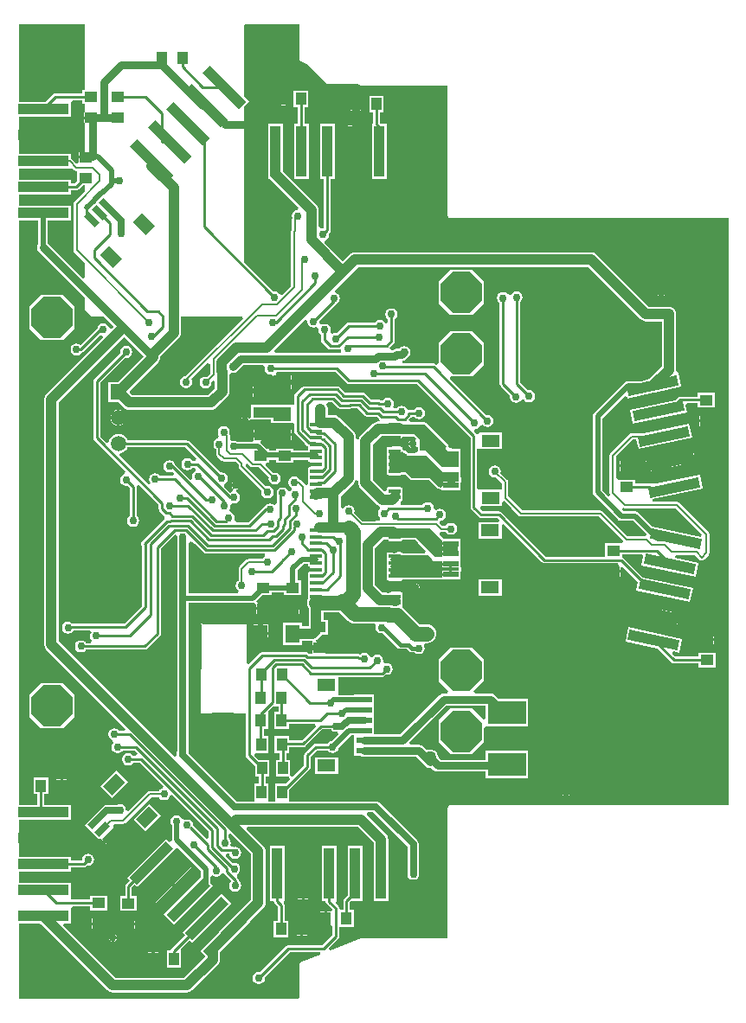
<source format=gbl>
%FSLAX23Y23*%
%MOIN*%
G70*
G01*
G75*
G04 Layer_Physical_Order=2*
G04 Layer_Color=16711680*
%ADD10R,0.050X0.040*%
%ADD11R,0.410X0.470*%
%ADD12R,0.040X0.110*%
%ADD13R,0.114X0.213*%
%ADD14R,0.126X0.079*%
%ADD15R,0.108X0.085*%
%ADD16R,0.040X0.050*%
%ADD17R,0.047X0.098*%
%ADD18R,0.051X0.236*%
%ADD19R,0.079X0.071*%
%ADD20R,0.118X0.059*%
%ADD21R,0.130X0.059*%
%ADD22R,0.039X0.059*%
%ADD23R,0.079X0.126*%
%ADD24R,0.012X0.047*%
%ADD25R,0.047X0.012*%
%ADD26R,0.059X0.039*%
%ADD27R,0.028X0.014*%
%ADD28R,0.014X0.028*%
%ADD29C,0.008*%
%ADD30C,0.010*%
%ADD31C,0.020*%
%ADD32C,0.015*%
%ADD33C,0.055*%
%ADD34C,0.030*%
%ADD35C,0.040*%
%ADD36C,0.025*%
%ADD37C,0.059*%
%ADD38R,0.059X0.059*%
%ADD39P,0.170X8X22.5*%
%ADD40C,0.030*%
%ADD41C,0.050*%
%ADD42R,0.045X0.012*%
%ADD43R,0.071X0.047*%
%ADD44R,0.061X0.024*%
G04:AMPARAMS|DCode=45|XSize=71mil|YSize=47mil|CornerRadius=0mil|HoleSize=0mil|Usage=FLASHONLY|Rotation=135.000|XOffset=0mil|YOffset=0mil|HoleType=Round|Shape=Rectangle|*
%AMROTATEDRECTD45*
4,1,4,0.042,-0.008,0.008,-0.042,-0.042,0.008,-0.008,0.042,0.042,-0.008,0.0*
%
%ADD45ROTATEDRECTD45*%

G04:AMPARAMS|DCode=46|XSize=61mil|YSize=24mil|CornerRadius=0mil|HoleSize=0mil|Usage=FLASHONLY|Rotation=135.000|XOffset=0mil|YOffset=0mil|HoleType=Round|Shape=Rectangle|*
%AMROTATEDRECTD46*
4,1,4,0.030,-0.013,0.013,-0.030,-0.030,0.013,-0.013,0.030,0.030,-0.013,0.0*
%
%ADD46ROTATEDRECTD46*%

G04:AMPARAMS|DCode=47|XSize=71mil|YSize=47mil|CornerRadius=0mil|HoleSize=0mil|Usage=FLASHONLY|Rotation=225.000|XOffset=0mil|YOffset=0mil|HoleType=Round|Shape=Rectangle|*
%AMROTATEDRECTD47*
4,1,4,0.008,0.042,0.042,0.008,-0.008,-0.042,-0.042,-0.008,0.008,0.042,0.0*
%
%ADD47ROTATEDRECTD47*%

G04:AMPARAMS|DCode=48|XSize=61mil|YSize=24mil|CornerRadius=0mil|HoleSize=0mil|Usage=FLASHONLY|Rotation=225.000|XOffset=0mil|YOffset=0mil|HoleType=Round|Shape=Rectangle|*
%AMROTATEDRECTD48*
4,1,4,0.013,0.030,0.030,0.013,-0.013,-0.030,-0.030,-0.013,0.013,0.030,0.0*
%
%ADD48ROTATEDRECTD48*%

G04:AMPARAMS|DCode=49|XSize=39mil|YSize=197mil|CornerRadius=0mil|HoleSize=0mil|Usage=FLASHONLY|Rotation=78.000|XOffset=0mil|YOffset=0mil|HoleType=Round|Shape=Rectangle|*
%AMROTATEDRECTD49*
4,1,4,0.092,-0.040,-0.100,0.001,-0.092,0.040,0.100,-0.001,0.092,-0.040,0.0*
%
%ADD49ROTATEDRECTD49*%

G04:AMPARAMS|DCode=50|XSize=39mil|YSize=197mil|CornerRadius=0mil|HoleSize=0mil|Usage=FLASHONLY|Rotation=102.000|XOffset=0mil|YOffset=0mil|HoleType=Round|Shape=Rectangle|*
%AMROTATEDRECTD50*
4,1,4,0.100,0.001,-0.092,-0.040,-0.100,-0.001,0.092,0.040,0.100,0.001,0.0*
%
%ADD50ROTATEDRECTD50*%

%ADD51R,0.039X0.197*%
G04:AMPARAMS|DCode=52|XSize=39mil|YSize=197mil|CornerRadius=0mil|HoleSize=0mil|Usage=FLASHONLY|Rotation=315.000|XOffset=0mil|YOffset=0mil|HoleType=Round|Shape=Rectangle|*
%AMROTATEDRECTD52*
4,1,4,-0.084,-0.056,0.056,0.084,0.084,0.056,-0.056,-0.084,-0.084,-0.056,0.0*
%
%ADD52ROTATEDRECTD52*%

%ADD53R,0.197X0.039*%
%ADD54R,0.071X0.055*%
%ADD55R,0.055X0.071*%
%ADD56R,0.061X0.024*%
%ADD57R,0.071X0.047*%
G04:AMPARAMS|DCode=58|XSize=39mil|YSize=197mil|CornerRadius=0mil|HoleSize=0mil|Usage=FLASHONLY|Rotation=225.000|XOffset=0mil|YOffset=0mil|HoleType=Round|Shape=Rectangle|*
%AMROTATEDRECTD58*
4,1,4,-0.056,0.084,0.084,-0.056,0.056,-0.084,-0.084,0.056,-0.056,0.084,0.0*
%
%ADD58ROTATEDRECTD58*%

%ADD59R,0.150X0.091*%
%ADD60R,0.380X0.433*%
G36*
X4133Y6302D02*
X4137Y6300D01*
X4142Y6299D01*
X4143D01*
Y6259D01*
X4134Y6250D01*
X4120D01*
Y6264D01*
X3921D01*
Y6309D01*
X4120D01*
X4120Y6309D01*
Y6309D01*
X4125Y6311D01*
X4133Y6302D01*
D02*
G37*
G36*
X5032Y5722D02*
X5032Y5718D01*
X5033Y5709D01*
X5038Y5701D01*
X5046Y5696D01*
X5055Y5695D01*
X5064Y5696D01*
X5067Y5698D01*
X5075Y5692D01*
X5074Y5686D01*
X5075Y5677D01*
X5080Y5669D01*
X5084Y5667D01*
Y5646D01*
X5085Y5641D01*
X5088Y5637D01*
X5111Y5614D01*
X5111Y5614D01*
X5111D01*
X5111Y5614D01*
X5111D01*
X5111Y5614D01*
Y5614D01*
Y5614D01*
D01*
D01*
X5111D01*
Y5614D01*
X5115Y5611D01*
X5120Y5610D01*
X5151D01*
X5156Y5611D01*
X5157Y5611D01*
X5159Y5610D01*
X5162Y5601D01*
X5160Y5598D01*
X4908D01*
X4905Y5608D01*
X5023Y5727D01*
X5032Y5722D01*
D02*
G37*
G36*
X4603Y4856D02*
X4632Y4827D01*
X4637Y4824D01*
X4642Y4823D01*
X4867D01*
X4868Y4813D01*
X4867Y4813D01*
X4859Y4808D01*
X4857Y4803D01*
X4804D01*
X4799Y4802D01*
X4798Y4801D01*
X4795Y4800D01*
X4769Y4774D01*
X4767Y4770D01*
X4766Y4765D01*
Y4719D01*
X4761Y4717D01*
X4756Y4709D01*
X4755Y4700D01*
X4756Y4691D01*
X4761Y4683D01*
X4767Y4680D01*
X4764Y4670D01*
X4573D01*
Y4865D01*
X4582Y4870D01*
X4603Y4856D01*
D02*
G37*
G36*
X6315Y5727D02*
X6321Y5723D01*
X6328Y5720D01*
X6335Y5719D01*
X6396D01*
Y5544D01*
X6348Y5496D01*
X6316Y5489D01*
X6267D01*
X6261Y5488D01*
X6260Y5488D01*
X6254Y5484D01*
X6136Y5366D01*
X6132Y5360D01*
X6132Y5359D01*
X6131Y5353D01*
Y5060D01*
X6132Y5054D01*
X6132Y5053D01*
X6136Y5047D01*
X6228Y4955D01*
X6232Y4952D01*
X6234Y4951D01*
X6241Y4950D01*
X6287D01*
X6338Y4899D01*
X6334Y4890D01*
X6264D01*
X6168Y4987D01*
X6164Y4989D01*
X6159Y4990D01*
X5859D01*
X5805Y5044D01*
Y5100D01*
X5804Y5105D01*
X5803Y5106D01*
X5802Y5109D01*
X5775Y5135D01*
X5776Y5140D01*
X5775Y5149D01*
X5770Y5157D01*
X5762Y5162D01*
X5753Y5163D01*
X5744Y5162D01*
X5736Y5157D01*
X5731Y5149D01*
X5730Y5140D01*
X5731Y5131D01*
X5736Y5123D01*
X5744Y5118D01*
X5753Y5117D01*
X5758Y5118D01*
X5781Y5095D01*
Y5070D01*
X5781D01*
X5780D01*
X5774Y5070D01*
X5774Y5070D01*
Y5070D01*
X5693D01*
Y5070D01*
X5692D01*
X5685Y5077D01*
Y5227D01*
X5693D01*
Y5227D01*
X5780D01*
Y5290D01*
X5693D01*
Y5286D01*
X5683Y5283D01*
X5681Y5285D01*
X5673Y5294D01*
X5674Y5299D01*
X5676Y5304D01*
X5684Y5305D01*
X5692Y5310D01*
X5697Y5318D01*
X5697Y5319D01*
X5707Y5321D01*
X5708Y5318D01*
X5716Y5313D01*
X5725Y5312D01*
X5734Y5313D01*
X5742Y5318D01*
X5747Y5326D01*
X5748Y5335D01*
X5747Y5344D01*
X5742Y5352D01*
X5734Y5357D01*
X5725Y5358D01*
X5721Y5358D01*
X5580Y5499D01*
X5584Y5508D01*
X5666D01*
X5710Y5552D01*
Y5638D01*
X5666Y5682D01*
X5580D01*
X5536Y5638D01*
Y5556D01*
X5527Y5552D01*
X5525Y5553D01*
X5521Y5556D01*
X5516Y5557D01*
X5398D01*
X5397Y5567D01*
X5403Y5568D01*
X5411Y5573D01*
X5411Y5573D01*
X5411Y5573D01*
X5421Y5583D01*
X5421Y5583D01*
X5421Y5583D01*
X5426Y5591D01*
X5427Y5600D01*
X5426Y5609D01*
X5421Y5617D01*
X5413Y5622D01*
X5404Y5623D01*
X5395Y5622D01*
X5387Y5617D01*
X5384Y5613D01*
X5374D01*
X5365Y5612D01*
X5359Y5608D01*
X5350Y5611D01*
X5347Y5617D01*
X5364Y5634D01*
X5367Y5638D01*
X5368Y5643D01*
Y5727D01*
X5372Y5729D01*
X5377Y5737D01*
X5378Y5746D01*
X5377Y5755D01*
X5372Y5763D01*
X5364Y5768D01*
X5355Y5769D01*
X5346Y5768D01*
X5338Y5763D01*
X5333Y5755D01*
X5332Y5746D01*
X5333Y5737D01*
X5338Y5729D01*
X5342Y5727D01*
Y5715D01*
X5332Y5712D01*
X5328Y5719D01*
X5320Y5724D01*
X5311Y5725D01*
X5302Y5724D01*
X5294Y5719D01*
X5292Y5715D01*
X5190D01*
X5185Y5714D01*
X5181Y5711D01*
X5143Y5674D01*
X5139Y5674D01*
X5130Y5673D01*
X5126Y5670D01*
X5118Y5677D01*
X5119Y5677D01*
X5120Y5686D01*
X5119Y5695D01*
X5114Y5703D01*
X5106Y5708D01*
X5097Y5709D01*
X5088Y5708D01*
X5085Y5706D01*
X5077Y5712D01*
X5078Y5718D01*
X5078Y5722D01*
X5141Y5785D01*
X5142Y5785D01*
X5150Y5790D01*
X5155Y5798D01*
X5156Y5807D01*
X5155Y5816D01*
X5150Y5824D01*
X5142Y5829D01*
X5139Y5829D01*
X5136Y5839D01*
X5226Y5929D01*
X6113D01*
X6315Y5727D01*
D02*
G37*
G36*
X4783Y5729D02*
X4562Y5508D01*
X4555Y5507D01*
X4547Y5502D01*
X4542Y5494D01*
X4541Y5485D01*
X4542Y5476D01*
X4547Y5468D01*
X4555Y5463D01*
X4564Y5462D01*
X4573Y5463D01*
X4581Y5468D01*
X4586Y5476D01*
X4587Y5485D01*
X4586Y5494D01*
X4584Y5496D01*
X4648Y5559D01*
X4657Y5555D01*
Y5518D01*
X4644Y5505D01*
X4639Y5506D01*
X4630Y5505D01*
X4622Y5500D01*
X4617Y5492D01*
X4616Y5483D01*
X4617Y5474D01*
X4622Y5466D01*
X4630Y5461D01*
X4639Y5460D01*
X4648Y5461D01*
X4656Y5466D01*
X4661Y5474D01*
X4662Y5483D01*
X4662Y5484D01*
X4670Y5491D01*
X4675Y5488D01*
Y5461D01*
X4648Y5434D01*
X4356D01*
X4348Y5442D01*
Y5452D01*
X4456Y5561D01*
X4461Y5566D01*
X4464Y5573D01*
X4465Y5581D01*
X4464Y5583D01*
X4536Y5654D01*
X4540Y5660D01*
X4542Y5665D01*
X4543Y5667D01*
X4544Y5674D01*
Y5738D01*
X4779D01*
X4783Y5729D01*
D02*
G37*
G36*
X4605Y5190D02*
X4601Y5181D01*
X4588D01*
X4586Y5185D01*
X4578Y5190D01*
X4569Y5191D01*
X4560Y5190D01*
X4552Y5185D01*
X4547Y5177D01*
X4546Y5168D01*
X4547Y5159D01*
X4552Y5151D01*
X4560Y5146D01*
X4569Y5145D01*
X4578Y5146D01*
X4586Y5151D01*
X4588Y5155D01*
X4596D01*
X4602Y5147D01*
X4601Y5143D01*
X4601Y5143D01*
X4593Y5138D01*
X4588Y5130D01*
X4587Y5121D01*
X4588Y5113D01*
X4579Y5108D01*
X4522Y5165D01*
X4522Y5169D01*
X4517Y5177D01*
X4509Y5182D01*
X4500Y5183D01*
X4491Y5182D01*
X4483Y5177D01*
X4478Y5169D01*
X4477Y5160D01*
X4478Y5151D01*
X4483Y5143D01*
X4491Y5138D01*
X4500Y5137D01*
X4509Y5138D01*
X4511Y5140D01*
X4518Y5132D01*
X4514Y5123D01*
X4464D01*
X4462Y5127D01*
X4454Y5132D01*
X4445Y5133D01*
X4436Y5132D01*
X4428Y5127D01*
X4423Y5119D01*
X4422Y5110D01*
X4423Y5101D01*
X4427Y5096D01*
X4419Y5090D01*
X4308Y5201D01*
X4311Y5210D01*
X4313Y5210D01*
X4322Y5214D01*
X4330Y5220D01*
X4336Y5228D01*
X4338Y5234D01*
X4562D01*
X4605Y5190D01*
D02*
G37*
G36*
X5552Y4874D02*
Y4867D01*
X5583D01*
Y4862D01*
X5588D01*
Y4850D01*
X5612D01*
Y4835D01*
X5588D01*
Y4823D01*
X5583D01*
Y4818D01*
X5552D01*
Y4812D01*
X5522D01*
X5464Y4870D01*
X5449Y4885D01*
X5391D01*
Y4895D01*
X5373D01*
Y4889D01*
X5363D01*
Y4895D01*
X5358D01*
X5353Y4900D01*
X5357Y4909D01*
X5363D01*
Y4915D01*
X5368D01*
Y4920D01*
X5391D01*
Y4921D01*
D01*
Y4921D01*
X5392Y4922D01*
X5504D01*
X5552Y4874D01*
D02*
G37*
G36*
X5227Y5105D02*
Y5096D01*
X5228Y5089D01*
X5229Y5087D01*
X5231Y5082D01*
X5235Y5076D01*
X5301Y5010D01*
X5307Y5006D01*
X5312Y5004D01*
X5309Y4996D01*
X5309Y4996D01*
X5309D01*
X5304Y4988D01*
X5303Y4979D01*
X5304Y4970D01*
X5309Y4962D01*
X5312Y4961D01*
X5309Y4951D01*
X5301D01*
X5296Y4950D01*
X5295Y4950D01*
X5294Y4949D01*
X5245D01*
X5212Y4982D01*
X5213Y4987D01*
X5212Y4996D01*
X5207Y5004D01*
X5199Y5009D01*
X5190Y5010D01*
X5181Y5009D01*
X5173Y5004D01*
X5169Y4997D01*
X5159Y5000D01*
Y5044D01*
X5210Y5095D01*
X5214Y5101D01*
X5216Y5106D01*
X5217Y5107D01*
X5227Y5105D01*
D02*
G37*
G36*
X5148Y5386D02*
X5148D01*
X5148Y5386D01*
X5148D01*
X5148Y5386D01*
Y5386D01*
X5148Y5386D01*
Y5386D01*
X5152Y5383D01*
X5157Y5382D01*
X5195D01*
X5200Y5383D01*
X5224D01*
X5250Y5356D01*
X5255Y5353D01*
X5260Y5352D01*
X5298D01*
X5307Y5343D01*
D01*
X5307D01*
X5307Y5343D01*
X5307D01*
X5307D01*
X5310Y5333D01*
X5304D01*
X5297Y5332D01*
X5295Y5331D01*
X5290Y5329D01*
X5284Y5325D01*
X5235Y5276D01*
X5231Y5270D01*
X5229Y5265D01*
X5228Y5264D01*
X5218Y5266D01*
Y5273D01*
X5217Y5280D01*
X5214Y5287D01*
X5210Y5293D01*
X5154Y5349D01*
X5148Y5354D01*
X5143Y5356D01*
X5141Y5357D01*
X5134Y5358D01*
X5110D01*
Y5380D01*
X5109Y5387D01*
X5108Y5391D01*
X5106Y5394D01*
X5104Y5398D01*
X5107Y5405D01*
X5109Y5407D01*
X5126D01*
X5148Y5386D01*
D02*
G37*
G36*
X6249Y5001D02*
X6250Y5000D01*
X6255Y4999D01*
X6450D01*
X6551Y4898D01*
X6546Y4889D01*
X6360Y4929D01*
X6308Y4981D01*
X6302Y4985D01*
X6301Y4985D01*
X6295Y4986D01*
X6249D01*
X6241Y4994D01*
X6247Y5002D01*
X6249Y5001D01*
D02*
G37*
G36*
X4175Y6220D02*
X4134Y6180D01*
X4132Y6176D01*
X4131Y6171D01*
Y5994D01*
X4131Y5994D01*
X4131D01*
X4132Y5989D01*
X4134Y5985D01*
X4175Y5945D01*
Y5888D01*
X4166Y5884D01*
X4032Y6018D01*
Y6109D01*
X4120D01*
Y6164D01*
X3921D01*
Y6209D01*
X4120D01*
Y6223D01*
X4140D01*
X4145Y6224D01*
X4149Y6227D01*
X4149Y6227D01*
X4149Y6227D01*
X4166Y6244D01*
X4175D01*
Y6220D01*
D02*
G37*
G36*
X3995Y6017D02*
X3992Y6012D01*
X3990Y6003D01*
X3992Y5994D01*
X3997Y5987D01*
X4175Y5809D01*
Y5764D01*
X4192Y5747D01*
X4201Y5738D01*
X4246D01*
X4285Y5698D01*
X4277Y5690D01*
X4267Y5693D01*
X4267Y5697D01*
X4262Y5705D01*
X4254Y5710D01*
X4245Y5711D01*
X4236Y5710D01*
X4228Y5705D01*
X4223Y5697D01*
X4223Y5695D01*
X4156Y5628D01*
X4151Y5632D01*
X4142Y5633D01*
X4133Y5632D01*
X4125Y5627D01*
X4120Y5619D01*
X4119Y5610D01*
X4120Y5601D01*
X4125Y5593D01*
X4133Y5588D01*
X4142Y5587D01*
X4151Y5588D01*
X4159Y5593D01*
X4161Y5598D01*
X4162Y5598D01*
X4166Y5601D01*
X4166Y5601D01*
X4166Y5601D01*
X4231Y5665D01*
X4241Y5663D01*
X4243Y5656D01*
X4025Y5438D01*
X4021Y5432D01*
X4019Y5427D01*
X4018Y5425D01*
X4017Y5418D01*
Y4475D01*
X4018Y4468D01*
X4019Y4466D01*
X4021Y4461D01*
X4025Y4455D01*
X4331Y4149D01*
X4327Y4140D01*
X4307D01*
X4305Y4144D01*
X4297Y4149D01*
X4288Y4150D01*
X4279Y4149D01*
X4271Y4144D01*
X4266Y4136D01*
X4265Y4127D01*
X4266Y4118D01*
X4271Y4110D01*
X4279Y4105D01*
X4282Y4105D01*
X4284Y4095D01*
X4283Y4095D01*
X4278Y4087D01*
X4277Y4078D01*
X4278Y4069D01*
X4283Y4061D01*
X4291Y4056D01*
X4300Y4055D01*
X4309Y4056D01*
X4317Y4061D01*
X4319Y4065D01*
X4364D01*
X4376Y4053D01*
X4372Y4044D01*
X4360D01*
X4358Y4048D01*
X4350Y4053D01*
X4341Y4054D01*
X4332Y4053D01*
X4324Y4048D01*
X4319Y4040D01*
X4318Y4031D01*
X4319Y4022D01*
X4324Y4014D01*
X4332Y4009D01*
X4341Y4008D01*
X4350Y4009D01*
X4358Y4014D01*
X4360Y4018D01*
X4386D01*
X4476Y3928D01*
X4473Y3918D01*
X4470Y3918D01*
X4462Y3913D01*
X4460Y3908D01*
X4424D01*
X4419Y3907D01*
X4415Y3905D01*
X4343Y3832D01*
X4334Y3834D01*
X4332Y3834D01*
X4331Y3843D01*
X4326Y3851D01*
X4318Y3856D01*
X4309Y3857D01*
X4300Y3856D01*
X4299Y3855D01*
X4258D01*
X4258Y3855D01*
X4250Y3853D01*
X4244Y3849D01*
X4200Y3805D01*
X4197Y3800D01*
X4173Y3777D01*
X4201Y3749D01*
X4201Y3749D01*
X4201Y3749D01*
X4201Y3749D01*
X4229Y3721D01*
X4235Y3727D01*
X4240Y3721D01*
X4240D01*
X4245Y3716D01*
X4267Y3738D01*
X4288Y3760D01*
X4284Y3764D01*
Y3764D01*
X4283Y3765D01*
Y3775D01*
X4284Y3776D01*
Y3776D01*
X4290Y3782D01*
X4322D01*
X4327Y3783D01*
X4331Y3785D01*
X4429Y3884D01*
X4460D01*
X4462Y3879D01*
X4470Y3874D01*
X4479Y3873D01*
X4488Y3874D01*
X4496Y3879D01*
X4501Y3887D01*
X4501Y3890D01*
X4511Y3893D01*
X4652Y3752D01*
Y3728D01*
X4643Y3724D01*
X4591Y3775D01*
X4591Y3776D01*
X4590Y3785D01*
X4585Y3793D01*
X4577Y3798D01*
X4568Y3799D01*
X4559Y3798D01*
X4558Y3797D01*
X4549Y3800D01*
Y3800D01*
X4549Y3800D01*
Y3800D01*
Y3800D01*
D01*
X4544Y3808D01*
X4536Y3813D01*
X4527Y3814D01*
X4518Y3813D01*
X4510Y3808D01*
X4505Y3800D01*
X4504Y3791D01*
X4505Y3782D01*
X4509Y3777D01*
Y3720D01*
X4509Y3716D01*
X4502Y3713D01*
X4500Y3712D01*
X4487Y3725D01*
X4336Y3575D01*
X4347Y3565D01*
X4333Y3551D01*
X4330Y3546D01*
X4329Y3541D01*
Y3503D01*
X4309D01*
Y3447D01*
X4375D01*
Y3503D01*
X4355D01*
Y3536D01*
X4365Y3546D01*
X4376Y3536D01*
X4525Y3686D01*
X4535D01*
X4621Y3600D01*
Y3576D01*
X4478Y3433D01*
X4517Y3394D01*
X4667Y3545D01*
X4657Y3555D01*
X4657Y3555D01*
Y3579D01*
X4666Y3584D01*
X4671Y3580D01*
X4680Y3579D01*
X4689Y3580D01*
X4697Y3585D01*
X4700Y3590D01*
X4710D01*
X4712Y3588D01*
X4737Y3563D01*
X4736Y3561D01*
X4731Y3553D01*
X4730Y3544D01*
X4731Y3535D01*
X4736Y3527D01*
X4744Y3522D01*
X4753Y3521D01*
X4762Y3522D01*
X4770Y3527D01*
X4775Y3535D01*
X4776Y3544D01*
X4775Y3553D01*
X4770Y3561D01*
X4766Y3563D01*
Y3565D01*
X4765Y3570D01*
X4762Y3575D01*
X4759Y3578D01*
X4760Y3588D01*
X4766Y3592D01*
X4771Y3600D01*
X4772Y3609D01*
X4771Y3618D01*
X4766Y3626D01*
X4758Y3631D01*
X4749Y3632D01*
X4744Y3631D01*
X4717Y3659D01*
X4720Y3666D01*
X4730Y3666D01*
X4731Y3661D01*
X4736Y3653D01*
X4744Y3648D01*
X4753Y3647D01*
X4762Y3648D01*
X4770Y3653D01*
X4775Y3661D01*
X4776Y3670D01*
X4775Y3679D01*
X4770Y3687D01*
X4762Y3692D01*
X4753Y3693D01*
X4748Y3692D01*
X4747Y3693D01*
X4742Y3694D01*
X4741D01*
X4735Y3702D01*
X4736Y3709D01*
X4735Y3718D01*
X4730Y3726D01*
X4726Y3728D01*
Y3741D01*
X4735Y3745D01*
X4814Y3666D01*
Y3490D01*
X4694Y3370D01*
X4690Y3364D01*
X4689Y3362D01*
X4646Y3320D01*
X4643Y3316D01*
X4619Y3292D01*
X4638Y3273D01*
Y3270D01*
X4556Y3188D01*
X4292D01*
X4091Y3390D01*
X4095Y3399D01*
X4120D01*
Y3454D01*
X4120D01*
Y3457D01*
X4127Y3464D01*
X4193D01*
Y3449D01*
X4259D01*
Y3505D01*
X4193D01*
Y3490D01*
X4120D01*
Y3499D01*
X4120D01*
Y3554D01*
X3921D01*
Y3599D01*
X4120D01*
Y3613D01*
X4170D01*
X4175Y3614D01*
X4179Y3617D01*
X4179Y3617D01*
X4179Y3617D01*
X4182Y3620D01*
X4186Y3620D01*
X4195Y3621D01*
X4203Y3626D01*
X4208Y3634D01*
X4209Y3643D01*
X4208Y3652D01*
X4203Y3660D01*
X4195Y3665D01*
X4186Y3666D01*
X4177Y3665D01*
X4169Y3660D01*
X4164Y3652D01*
X4163Y3643D01*
X4160Y3640D01*
X4120D01*
Y3654D01*
X3921D01*
Y3707D01*
X4009D01*
Y3727D01*
Y3746D01*
X3921D01*
Y3799D01*
X4120D01*
Y3854D01*
X4018D01*
Y3896D01*
X4033D01*
Y3962D01*
X3977D01*
Y3896D01*
X3992D01*
Y3854D01*
X3921D01*
Y6109D01*
X3995D01*
Y6017D01*
D02*
G37*
G36*
X5125Y4142D02*
X5133Y4137D01*
X5142Y4136D01*
X5147Y4137D01*
X5152Y4128D01*
X5125Y4101D01*
X5119Y4100D01*
X5111Y4095D01*
X5109Y4091D01*
X5063D01*
X5058Y4090D01*
X5054Y4087D01*
X5022Y4055D01*
X5019Y4051D01*
X5018Y4046D01*
Y4007D01*
X4974Y3964D01*
X4965Y3968D01*
Y4029D01*
X4950D01*
Y4054D01*
X4961D01*
Y4078D01*
X5015D01*
X5020Y4079D01*
X5024Y4082D01*
X5024Y4082D01*
X5024Y4082D01*
X5088Y4146D01*
X5123D01*
X5125Y4142D01*
D02*
G37*
G36*
X4903Y4235D02*
Y4235D01*
X4903Y4235D01*
X4919D01*
Y4213D01*
X4904D01*
Y4147D01*
X4960D01*
Y4167D01*
X5059D01*
X5063Y4158D01*
X5010Y4104D01*
X4961D01*
Y4120D01*
X4905D01*
Y4054D01*
X4924D01*
Y4029D01*
X4909D01*
Y3963D01*
X4960D01*
X4964Y3954D01*
X4948Y3938D01*
X4906D01*
Y3876D01*
X4906D01*
X4906Y3876D01*
X4906Y3872D01*
X4903Y3869D01*
X4882D01*
Y3869D01*
Y3872D01*
X4882Y3876D01*
X4882Y3876D01*
X4882D01*
Y3938D01*
X4870D01*
Y3963D01*
X4885D01*
Y4029D01*
X4843D01*
X4827Y4045D01*
X4831Y4054D01*
X4881D01*
Y4120D01*
X4865D01*
Y4147D01*
X4880D01*
Y4213D01*
X4880Y4213D01*
X4880D01*
X4880Y4214D01*
X4901Y4236D01*
X4903Y4235D01*
D02*
G37*
G36*
X4175Y6612D02*
X4163D01*
Y6597D01*
X4061D01*
X4056Y6596D01*
X4052Y6593D01*
X4023Y6564D01*
X3921D01*
Y6864D01*
X4175D01*
Y6612D01*
D02*
G37*
G36*
X4163Y6556D02*
X4175D01*
Y6524D01*
X4171D01*
Y6509D01*
X4196D01*
Y6499D01*
X4171D01*
Y6484D01*
X4175D01*
Y6372D01*
X4151D01*
Y6357D01*
X4176D01*
Y6347D01*
X4151D01*
Y6332D01*
X4142Y6329D01*
X4125Y6345D01*
X4121Y6348D01*
X4120Y6348D01*
Y6364D01*
X3921D01*
Y6417D01*
X4009D01*
Y6437D01*
Y6456D01*
X3921D01*
Y6509D01*
X4120D01*
Y6564D01*
D01*
Y6564D01*
X4127Y6571D01*
X4163D01*
Y6556D01*
D02*
G37*
G36*
X5001Y6730D02*
X5001Y6730D01*
X5001Y6730D01*
X5002Y6728D01*
X5002Y6726D01*
X5002Y6726D01*
X5002Y6726D01*
X5003Y6724D01*
X5004Y6722D01*
X5004Y6722D01*
X5005Y6722D01*
X5006Y6721D01*
X5008Y6720D01*
X5008Y6720D01*
X5008Y6720D01*
X5028Y6712D01*
X5106Y6634D01*
X5224D01*
X5236Y6629D01*
X5238Y6629D01*
X5240Y6628D01*
X5572D01*
Y6127D01*
X5573Y6123D01*
X5575Y6119D01*
X5579Y6117D01*
X5583Y6116D01*
X6654D01*
Y3854D01*
X5583D01*
X5579Y3853D01*
X5575Y3851D01*
X5573Y3847D01*
X5572Y3843D01*
Y3342D01*
X5240D01*
X5238Y3341D01*
X5236Y3341D01*
X5119Y3294D01*
X5113Y3302D01*
X5150Y3340D01*
X5150Y3340D01*
X5150Y3340D01*
X5153Y3344D01*
X5154Y3349D01*
Y3385D01*
X5210D01*
Y3451D01*
X5195D01*
Y3480D01*
X5200Y3484D01*
X5243D01*
Y3697D01*
X5187D01*
Y3509D01*
X5173Y3494D01*
X5170Y3490D01*
X5169Y3485D01*
Y3451D01*
X5159D01*
X5154Y3456D01*
Y3456D01*
X5154D01*
D01*
D01*
D01*
X5153Y3461D01*
X5150Y3465D01*
X5139Y3476D01*
X5143Y3484D01*
X5143D01*
X5143Y3484D01*
Y3697D01*
X5087D01*
Y3484D01*
X5102D01*
Y3482D01*
X5103Y3477D01*
X5106Y3473D01*
X5106Y3473D01*
X5106Y3473D01*
X5126Y3452D01*
X5122Y3443D01*
X5122D01*
X5121Y3443D01*
X5121Y3443D01*
Y3443D01*
X5107D01*
Y3418D01*
Y3393D01*
X5121D01*
Y3393D01*
X5121Y3393D01*
X5122Y3393D01*
X5128Y3387D01*
Y3354D01*
X5089Y3315D01*
X4958D01*
X4953Y3314D01*
X4949Y3311D01*
X4848Y3211D01*
X4844Y3211D01*
X4835Y3210D01*
X4827Y3205D01*
X4822Y3197D01*
X4821Y3188D01*
X4822Y3179D01*
X4827Y3171D01*
X4835Y3166D01*
X4844Y3165D01*
X4853Y3166D01*
X4861Y3171D01*
X4866Y3179D01*
X4867Y3188D01*
X4867Y3192D01*
X4963Y3289D01*
X5079D01*
X5081Y3279D01*
X5011Y3251D01*
X5008D01*
Y3250D01*
X5008Y3250D01*
X5008Y3250D01*
X5006Y3249D01*
X5005Y3248D01*
X5004Y3248D01*
X5004Y3248D01*
X5003Y3246D01*
X5002Y3244D01*
X5002Y3244D01*
X5002Y3244D01*
X5002Y3242D01*
X5001Y3240D01*
X5001Y3240D01*
X5001Y3240D01*
Y3114D01*
X4995Y3108D01*
Y3108D01*
X4995Y3108D01*
X3921D01*
Y3399D01*
X4002D01*
X4260Y3140D01*
X4266Y3136D01*
X4270Y3134D01*
X4273Y3133D01*
X4280Y3132D01*
X4568D01*
X4575Y3133D01*
X4577Y3134D01*
X4582Y3136D01*
X4588Y3140D01*
X4686Y3238D01*
X4690Y3244D01*
X4692Y3247D01*
X4693Y3251D01*
X4694Y3258D01*
Y3288D01*
X4734Y3328D01*
X4737Y3331D01*
X4809Y3403D01*
Y3403D01*
Y3405D01*
X4862Y3458D01*
X4866Y3464D01*
X4868Y3468D01*
X4869Y3471D01*
X4870Y3478D01*
Y3678D01*
X4869Y3685D01*
X4868Y3687D01*
X4866Y3692D01*
X4862Y3698D01*
X4798Y3762D01*
X4802Y3771D01*
X5226D01*
X5287Y3710D01*
Y3591D01*
X5287Y3587D01*
Y3484D01*
X5343D01*
Y3587D01*
X5343Y3591D01*
Y3722D01*
X5342Y3729D01*
X5339Y3736D01*
X5335Y3742D01*
X5259Y3818D01*
X5261Y3823D01*
X5264Y3827D01*
X5285D01*
X5418Y3694D01*
Y3599D01*
X5417Y3598D01*
X5416Y3589D01*
X5417Y3580D01*
X5422Y3572D01*
X5430Y3567D01*
X5439Y3566D01*
X5448Y3567D01*
X5456Y3572D01*
X5461Y3580D01*
X5462Y3589D01*
X5461Y3598D01*
X5460Y3599D01*
Y3703D01*
X5460Y3703D01*
X5458Y3711D01*
X5454Y3718D01*
X5454Y3718D01*
X5309Y3863D01*
X5302Y3867D01*
X5294Y3869D01*
X5294Y3869D01*
X4962D01*
Y3869D01*
Y3872D01*
X4962Y3876D01*
X4962Y3876D01*
X4962D01*
Y3914D01*
X5040Y3993D01*
X5043Y3997D01*
X5044Y4002D01*
Y4041D01*
X5068Y4065D01*
X5109D01*
X5111Y4061D01*
X5119Y4056D01*
X5128Y4055D01*
X5137Y4056D01*
X5145Y4061D01*
X5150Y4069D01*
X5151Y4075D01*
X5199Y4123D01*
X5210D01*
Y4122D01*
Y4083D01*
Y4043D01*
X5237D01*
X5240Y4042D01*
X5249Y4040D01*
X5451D01*
X5487Y4004D01*
X5494Y3999D01*
X5503Y3998D01*
X5508Y3998D01*
X5517Y3989D01*
X5524Y3984D01*
X5533Y3983D01*
X5716D01*
Y3957D01*
X5882D01*
Y4065D01*
X5716D01*
Y4029D01*
X5543D01*
X5537Y4036D01*
X5537Y4036D01*
X5535Y4045D01*
X5532Y4053D01*
X5527Y4060D01*
X5520Y4065D01*
X5512Y4068D01*
X5503Y4069D01*
X5495Y4068D01*
X5491Y4067D01*
X5478Y4080D01*
X5470Y4085D01*
X5461Y4087D01*
X5428D01*
X5424Y4096D01*
X5566Y4238D01*
X5716D01*
Y4189D01*
X5707Y4185D01*
X5666Y4226D01*
X5580D01*
X5536Y4182D01*
Y4096D01*
X5580Y4052D01*
X5666D01*
X5710Y4096D01*
Y4151D01*
X5716Y4157D01*
X5717Y4157D01*
X5717Y4157D01*
Y4157D01*
X5882D01*
Y4265D01*
X5766D01*
X5754Y4278D01*
X5746Y4283D01*
X5737Y4284D01*
X5676D01*
X5672Y4294D01*
X5710Y4332D01*
Y4418D01*
X5666Y4462D01*
X5580D01*
X5536Y4418D01*
Y4332D01*
X5574Y4294D01*
X5570Y4284D01*
X5556D01*
X5547Y4283D01*
X5539Y4278D01*
X5388Y4126D01*
X5287D01*
Y4162D01*
Y4201D01*
Y4240D01*
Y4280D01*
X5210D01*
Y4278D01*
X5149D01*
Y4286D01*
X5149D01*
Y4349D01*
X5319D01*
X5324Y4350D01*
X5328Y4353D01*
X5328Y4353D01*
X5328Y4353D01*
X5332Y4356D01*
X5336Y4356D01*
X5345Y4357D01*
X5353Y4362D01*
X5358Y4370D01*
X5359Y4379D01*
X5358Y4388D01*
X5353Y4396D01*
X5345Y4401D01*
X5336Y4402D01*
X5330Y4401D01*
X5323Y4408D01*
X5323Y4411D01*
X5322Y4420D01*
X5317Y4428D01*
X5309Y4433D01*
X5300Y4434D01*
X5291Y4433D01*
X5283Y4428D01*
X5281Y4424D01*
X5271Y4426D01*
X5271Y4427D01*
X5266Y4435D01*
X5258Y4440D01*
X5249Y4441D01*
X5240Y4440D01*
X5233Y4435D01*
X5230Y4437D01*
X5225Y4438D01*
X5104D01*
X5102Y4440D01*
X5102Y4445D01*
X5102Y4445D01*
X5102D01*
Y4455D01*
X5052D01*
Y4445D01*
X5052D01*
X5052Y4445D01*
X5052Y4440D01*
X5050Y4438D01*
X5037D01*
X5034Y4441D01*
X5030Y4444D01*
X5024Y4445D01*
X4858D01*
X4853Y4444D01*
X4849Y4441D01*
X4805Y4398D01*
X4796Y4402D01*
Y4550D01*
X4630D01*
X4623Y4557D01*
X4623Y4557D01*
D01*
Y4557D01*
D01*
X4623Y4598D01*
X4622Y4557D01*
D01*
X4622D01*
D01*
D01*
D01*
Y4557D01*
D01*
D01*
X4622Y4556D01*
D01*
X4622Y4550D01*
Y4550D01*
X4622D01*
X4622D01*
Y4550D01*
D01*
X4622Y4550D01*
X4623Y4550D01*
X4623Y4550D01*
X4623Y4544D01*
X4622Y4209D01*
X4704Y4211D01*
X4793Y4209D01*
Y4047D01*
X4794Y4042D01*
X4797Y4038D01*
X4829Y4005D01*
Y3963D01*
X4844D01*
Y3938D01*
X4826D01*
Y3876D01*
X4826D01*
X4826Y3876D01*
X4826Y3872D01*
X4823Y3869D01*
X4759D01*
X4573Y4055D01*
X4573Y4055D01*
Y4634D01*
X4821D01*
X4827Y4635D01*
X4827Y4635D01*
X4834Y4629D01*
X4834Y4629D01*
X4835Y4629D01*
Y4629D01*
D01*
X4835D01*
D01*
Y4616D01*
X4855D01*
Y4631D01*
X4839D01*
X4839Y4631D01*
Y4631D01*
X4839Y4632D01*
D01*
X4836Y4638D01*
X4835Y4640D01*
X4858Y4663D01*
X4893D01*
Y4673D01*
X4942D01*
Y4664D01*
X5008D01*
Y4720D01*
X4993D01*
Y4760D01*
X5017Y4784D01*
X5034D01*
Y4773D01*
X5042D01*
Y4767D01*
X5042D01*
Y4766D01*
X5065D01*
Y4756D01*
X5042D01*
Y4756D01*
D01*
Y4756D01*
X5037Y4750D01*
X5034D01*
Y4722D01*
Y4696D01*
Y4671D01*
Y4652D01*
X5034Y4651D01*
X5030Y4643D01*
X5029Y4634D01*
X5030Y4624D01*
X5034Y4616D01*
X5037Y4612D01*
Y4543D01*
X5010D01*
Y4558D01*
X4938D01*
Y4472D01*
X5010D01*
Y4487D01*
X5052D01*
Y4480D01*
X5052Y4480D01*
X5052Y4480D01*
Y4465D01*
X5072D01*
Y4480D01*
X5066D01*
X5064Y4490D01*
X5066Y4491D01*
X5072Y4495D01*
X5085Y4508D01*
X5088Y4512D01*
X5110D01*
Y4568D01*
X5093D01*
Y4598D01*
X5155D01*
X5188Y4564D01*
X5188Y4564D01*
X5196Y4558D01*
X5204Y4555D01*
X5213Y4554D01*
X5213Y4554D01*
X5289D01*
X5295Y4546D01*
X5294Y4539D01*
X5295Y4530D01*
X5300Y4522D01*
X5308Y4517D01*
X5317Y4516D01*
X5321Y4516D01*
X5377Y4460D01*
X5382Y4457D01*
X5389Y4456D01*
X5414D01*
X5422Y4448D01*
X5427Y4444D01*
X5433Y4443D01*
X5443D01*
X5443Y4442D01*
X5451Y4437D01*
X5460Y4436D01*
X5469Y4437D01*
X5477Y4442D01*
X5482Y4450D01*
X5483Y4459D01*
X5482Y4468D01*
X5480Y4470D01*
X5485Y4479D01*
X5492D01*
X5501Y4480D01*
X5510Y4484D01*
X5517Y4490D01*
X5523Y4497D01*
X5527Y4506D01*
X5528Y4515D01*
X5527Y4524D01*
X5523Y4533D01*
X5517Y4540D01*
X5510Y4546D01*
X5501Y4550D01*
X5492Y4551D01*
X5463D01*
X5403Y4611D01*
X5398Y4615D01*
X5398Y4620D01*
X5398D01*
Y4645D01*
Y4673D01*
X5391D01*
Y4673D01*
Y4679D01*
Y4680D01*
X5345D01*
Y4679D01*
X5340Y4673D01*
X5321D01*
X5292Y4702D01*
Y4845D01*
X5326Y4879D01*
X5338D01*
Y4876D01*
X5345D01*
Y4876D01*
Y4870D01*
Y4869D01*
X5391D01*
Y4870D01*
X5396Y4876D01*
X5398D01*
Y4877D01*
X5446D01*
X5458Y4864D01*
X5458Y4864D01*
X5488Y4834D01*
X5484Y4825D01*
X5398D01*
Y4827D01*
X5391D01*
Y4827D01*
Y4832D01*
Y4833D01*
X5345D01*
Y4832D01*
X5340Y4827D01*
X5338D01*
Y4799D01*
Y4773D01*
Y4748D01*
Y4722D01*
X5345D01*
Y4722D01*
Y4716D01*
Y4715D01*
X5391D01*
Y4716D01*
X5396Y4722D01*
X5398D01*
Y4723D01*
X5548D01*
X5551Y4723D01*
X5552Y4724D01*
X5552Y4724D01*
X5621D01*
Y4751D01*
X5622Y4753D01*
X5623Y4756D01*
Y4770D01*
X5623Y4770D01*
X5622Y4773D01*
X5621Y4775D01*
Y4803D01*
Y4842D01*
Y4882D01*
X5556D01*
X5539Y4898D01*
X5544Y4907D01*
X5546Y4907D01*
X5565D01*
X5567Y4902D01*
X5575Y4897D01*
X5584Y4896D01*
X5593Y4897D01*
X5601Y4902D01*
X5606Y4910D01*
X5607Y4919D01*
X5606Y4928D01*
X5601Y4936D01*
X5593Y4941D01*
X5584Y4942D01*
X5575Y4941D01*
X5567Y4936D01*
X5565Y4931D01*
X5551D01*
X5541Y4941D01*
X5544Y4950D01*
X5550Y4951D01*
X5558Y4956D01*
X5563Y4964D01*
X5564Y4973D01*
X5563Y4982D01*
X5558Y4990D01*
X5550Y4995D01*
X5541Y4996D01*
X5532Y4995D01*
X5526Y4991D01*
X5518Y4996D01*
X5518Y4999D01*
X5517Y5008D01*
X5512Y5016D01*
X5504Y5021D01*
X5495Y5022D01*
X5486Y5021D01*
X5478Y5016D01*
X5475Y5010D01*
X5392D01*
X5389Y5017D01*
X5394Y5026D01*
X5398D01*
Y5051D01*
Y5079D01*
X5391D01*
Y5079D01*
Y5085D01*
Y5086D01*
X5345D01*
Y5085D01*
X5340Y5079D01*
X5338D01*
Y5067D01*
X5328Y5063D01*
X5283Y5108D01*
Y5244D01*
X5316Y5277D01*
X5345D01*
Y5276D01*
X5345D01*
Y5275D01*
X5368D01*
Y5270D01*
X5373D01*
Y5264D01*
X5391D01*
Y5269D01*
X5398Y5275D01*
X5398Y5275D01*
X5405D01*
X5407Y5275D01*
X5407D01*
X5408Y5275D01*
X5442D01*
X5449Y5267D01*
X5443Y5259D01*
X5442Y5260D01*
X5441Y5260D01*
Y5246D01*
Y5232D01*
X5442Y5232D01*
X5447Y5235D01*
X5447Y5236D01*
X5457Y5233D01*
Y5222D01*
X5457Y5219D01*
X5444Y5210D01*
X5419D01*
X5415Y5216D01*
X5408Y5221D01*
X5402Y5222D01*
X5401Y5223D01*
X5401Y5223D01*
X5399Y5223D01*
X5398Y5224D01*
Y5233D01*
X5391D01*
Y5233D01*
Y5238D01*
Y5239D01*
X5345D01*
Y5238D01*
X5340Y5233D01*
X5338D01*
Y5205D01*
Y5179D01*
Y5154D01*
Y5128D01*
X5345D01*
Y5128D01*
Y5122D01*
Y5121D01*
X5391D01*
Y5122D01*
Y5122D01*
Y5128D01*
X5409D01*
X5428Y5108D01*
X5431Y5106D01*
X5434Y5106D01*
X5434Y5106D01*
X5502D01*
X5532Y5076D01*
X5532Y5075D01*
X5533Y5075D01*
X5534Y5074D01*
X5534Y5074D01*
X5535Y5074D01*
X5536Y5074D01*
X5538Y5073D01*
X5539Y5073D01*
X5539D01*
X5539Y5073D01*
X5542Y5072D01*
X5542Y5072D01*
X5543Y5071D01*
X5543Y5071D01*
X5543Y5071D01*
D01*
X5544Y5071D01*
X5545Y5071D01*
X5545Y5071D01*
Y5069D01*
X5622D01*
Y5097D01*
X5623Y5098D01*
X5623Y5101D01*
Y5116D01*
X5623Y5116D01*
X5623Y5119D01*
X5622Y5120D01*
Y5148D01*
Y5187D01*
Y5227D01*
X5591D01*
X5575Y5234D01*
X5574Y5236D01*
X5574Y5237D01*
X5574Y5237D01*
Y5237D01*
X5574Y5237D01*
X5574Y5238D01*
Y5240D01*
X5573Y5242D01*
X5573Y5242D01*
X5573Y5242D01*
X5573Y5243D01*
X5573Y5243D01*
X5572Y5243D01*
X5572Y5244D01*
X5571Y5245D01*
X5489Y5327D01*
X5488Y5328D01*
X5487Y5328D01*
X5487Y5329D01*
D01*
D01*
X5487Y5329D01*
X5486Y5329D01*
X5486Y5329D01*
X5486Y5329D01*
X5485Y5329D01*
X5485Y5330D01*
X5485Y5330D01*
X5485Y5330D01*
X5484Y5330D01*
X5484Y5330D01*
D01*
D01*
X5483Y5330D01*
X5482Y5330D01*
X5481Y5330D01*
X5426D01*
X5422Y5340D01*
X5431Y5349D01*
X5433Y5352D01*
X5443D01*
X5445Y5349D01*
X5453Y5344D01*
X5462Y5342D01*
X5470Y5344D01*
X5478Y5349D01*
X5483Y5357D01*
X5485Y5365D01*
X5483Y5374D01*
X5478Y5382D01*
X5470Y5387D01*
X5462Y5389D01*
X5453Y5387D01*
X5445Y5382D01*
X5443Y5379D01*
X5422D01*
X5417Y5378D01*
X5416Y5378D01*
X5416Y5379D01*
X5411Y5387D01*
X5403Y5392D01*
X5394Y5393D01*
X5385Y5392D01*
X5377Y5387D01*
X5376Y5384D01*
X5366Y5385D01*
X5362Y5392D01*
X5363Y5393D01*
X5364Y5402D01*
X5363Y5411D01*
X5358Y5419D01*
X5350Y5424D01*
X5341Y5425D01*
X5332Y5424D01*
X5324Y5419D01*
X5322Y5415D01*
X5312D01*
X5311Y5416D01*
X5306Y5417D01*
X5277D01*
X5253Y5441D01*
X5249Y5444D01*
X5244Y5445D01*
X5176D01*
X5156Y5465D01*
X5152Y5468D01*
X5147Y5469D01*
X5019D01*
X5014Y5468D01*
X5010Y5465D01*
X4984Y5440D01*
X4981Y5435D01*
X4980Y5430D01*
Y5398D01*
X4980D01*
X4978D01*
X4973Y5398D01*
X4973Y5398D01*
Y5398D01*
X4892D01*
Y5396D01*
X4847D01*
X4845Y5396D01*
X4814D01*
Y5347D01*
X4813Y5347D01*
D01*
D01*
D01*
X4804Y5345D01*
Y5345D01*
X4801Y5350D01*
X4796Y5353D01*
X4795Y5353D01*
Y5339D01*
Y5325D01*
X4796Y5325D01*
X4801Y5328D01*
X4804Y5333D01*
X4805Y5339D01*
X4814Y5340D01*
Y5340D01*
X4815D01*
Y5340D01*
X4845D01*
X4847Y5340D01*
X4892D01*
Y5326D01*
X4973D01*
Y5326D01*
X4973Y5326D01*
X4978Y5326D01*
X4980Y5325D01*
Y5295D01*
X4981Y5290D01*
X4984Y5285D01*
X4984Y5285D01*
X4984Y5285D01*
X5020Y5250D01*
X5020Y5249D01*
X5028Y5242D01*
X5032Y5239D01*
X5034Y5238D01*
Y5230D01*
Y5221D01*
X4977D01*
Y5229D01*
X4911D01*
Y5221D01*
X4883D01*
Y5229D01*
X4874D01*
X4854Y5249D01*
X4850Y5251D01*
X4853Y5261D01*
X4875D01*
Y5276D01*
X4825D01*
Y5261D01*
X4825D01*
X4825Y5261D01*
X4825Y5261D01*
X4818Y5254D01*
X4761D01*
X4756Y5258D01*
X4747Y5259D01*
X4741Y5258D01*
X4733Y5265D01*
Y5279D01*
X4732Y5284D01*
X4731Y5285D01*
X4732Y5291D01*
X4731Y5300D01*
X4726Y5308D01*
X4718Y5313D01*
X4709Y5314D01*
X4700Y5313D01*
X4692Y5308D01*
X4687Y5300D01*
X4686Y5291D01*
X4687Y5282D01*
X4691Y5277D01*
X4687Y5267D01*
X4683Y5267D01*
X4675Y5262D01*
X4670Y5254D01*
X4669Y5245D01*
X4670Y5236D01*
X4675Y5228D01*
X4680Y5226D01*
Y5208D01*
X4681Y5203D01*
X4683Y5199D01*
X4700Y5182D01*
X4700Y5182D01*
X4700D01*
X4700Y5182D01*
X4700D01*
X4700Y5182D01*
Y5182D01*
Y5182D01*
D01*
D01*
X4700D01*
Y5182D01*
X4704Y5180D01*
X4709Y5179D01*
X4753D01*
X4766Y5166D01*
Y5160D01*
X4767Y5155D01*
X4769Y5151D01*
X4855Y5066D01*
X4854Y5061D01*
X4855Y5052D01*
X4860Y5044D01*
X4868Y5039D01*
X4877Y5038D01*
X4886Y5039D01*
X4894Y5044D01*
X4899Y5052D01*
X4900Y5061D01*
X4899Y5070D01*
X4894Y5078D01*
X4886Y5083D01*
X4877Y5084D01*
X4872Y5083D01*
X4794Y5161D01*
X4796Y5171D01*
X4799Y5172D01*
X4811Y5160D01*
D01*
X4811D01*
Y5160D01*
D01*
X4811D01*
Y5160D01*
X4811D01*
X4811Y5160D01*
Y5160D01*
X4811Y5160D01*
Y5160D01*
X4815Y5158D01*
X4820Y5157D01*
X4844D01*
X4883Y5118D01*
X4882Y5113D01*
X4883Y5104D01*
X4888Y5096D01*
X4896Y5091D01*
X4905Y5090D01*
X4914Y5091D01*
X4922Y5096D01*
X4927Y5104D01*
X4928Y5113D01*
X4927Y5122D01*
X4922Y5130D01*
X4914Y5135D01*
X4905Y5136D01*
X4900Y5135D01*
X4872Y5164D01*
X4875Y5173D01*
X4883D01*
Y5185D01*
X4911D01*
Y5173D01*
X4977D01*
Y5185D01*
X5034D01*
Y5179D01*
X5042D01*
Y5173D01*
X5042D01*
Y5172D01*
X5065D01*
Y5162D01*
X5042D01*
Y5162D01*
D01*
Y5162D01*
X5037Y5156D01*
X5034D01*
Y5128D01*
Y5102D01*
Y5090D01*
X5025Y5087D01*
X5023Y5091D01*
X5007Y5107D01*
X5003Y5109D01*
X5001Y5110D01*
X4998Y5115D01*
X4990Y5120D01*
X4981Y5121D01*
X4972Y5120D01*
X4964Y5115D01*
X4959Y5107D01*
X4958Y5098D01*
X4959Y5089D01*
X4964Y5081D01*
X4970Y5078D01*
Y5068D01*
X4967Y5067D01*
X4967Y5065D01*
X4957D01*
X4952Y5073D01*
X4944Y5078D01*
X4935Y5079D01*
X4926Y5078D01*
X4918Y5073D01*
X4918Y5073D01*
X4917Y5071D01*
X4914Y5067D01*
X4913Y5065D01*
X4913Y5065D01*
X4912Y5056D01*
X4913Y5050D01*
Y5016D01*
X4904Y5010D01*
X4896Y5015D01*
X4887Y5016D01*
X4878Y5015D01*
X4870Y5010D01*
X4868Y5006D01*
X4865Y5005D01*
X4861Y5002D01*
X4803Y4944D01*
X4761D01*
X4750Y4952D01*
X4751Y4961D01*
X4750Y4970D01*
X4745Y4978D01*
X4737Y4983D01*
X4733Y4983D01*
X4729Y4993D01*
X4733Y4998D01*
X4734Y5007D01*
X4734Y5011D01*
X4741Y5018D01*
X4747Y5017D01*
X4756Y5018D01*
X4764Y5023D01*
X4769Y5031D01*
X4770Y5040D01*
X4769Y5049D01*
X4764Y5057D01*
X4756Y5062D01*
X4758Y5072D01*
X4759Y5072D01*
X4764Y5075D01*
X4767Y5080D01*
X4767Y5081D01*
X4739D01*
X4739Y5080D01*
X4742Y5075D01*
X4746Y5073D01*
X4744Y5063D01*
X4738Y5062D01*
X4734Y5059D01*
X4711Y5082D01*
X4712Y5092D01*
X4718Y5096D01*
X4723Y5104D01*
X4724Y5113D01*
X4723Y5122D01*
X4718Y5130D01*
X4710Y5135D01*
X4701Y5136D01*
X4697Y5136D01*
X4576Y5256D01*
X4572Y5259D01*
X4567Y5260D01*
X4338D01*
X4336Y5266D01*
X4330Y5274D01*
X4322Y5280D01*
X4313Y5284D01*
X4303Y5285D01*
X4293Y5284D01*
X4284Y5280D01*
X4276Y5274D01*
X4270Y5266D01*
X4266Y5257D01*
X4266Y5255D01*
X4257Y5252D01*
X4233Y5275D01*
Y5483D01*
X4329Y5578D01*
X4333Y5578D01*
X4342Y5579D01*
X4350Y5584D01*
X4355Y5592D01*
X4356Y5601D01*
X4355Y5610D01*
X4350Y5618D01*
X4342Y5623D01*
X4333Y5624D01*
X4324Y5623D01*
X4316Y5618D01*
X4311Y5610D01*
X4310Y5601D01*
X4310Y5597D01*
X4211Y5497D01*
X4208Y5493D01*
X4207Y5488D01*
Y5270D01*
X4208Y5265D01*
X4211Y5260D01*
X4211Y5260D01*
X4211Y5260D01*
X4331Y5140D01*
X4328Y5130D01*
X4325Y5130D01*
X4317Y5125D01*
X4312Y5117D01*
X4311Y5108D01*
X4312Y5099D01*
X4317Y5091D01*
X4325Y5086D01*
X4334Y5085D01*
X4338Y5085D01*
X4347Y5077D01*
Y4970D01*
X4343Y4968D01*
X4338Y4960D01*
X4337Y4951D01*
X4338Y4942D01*
X4343Y4934D01*
X4351Y4929D01*
X4360Y4928D01*
X4369Y4929D01*
X4377Y4934D01*
X4382Y4942D01*
X4383Y4951D01*
X4382Y4960D01*
X4377Y4968D01*
X4373Y4970D01*
Y5082D01*
X4373Y5085D01*
X4381Y5090D01*
X4458Y5013D01*
Y4997D01*
X4459Y4992D01*
X4462Y4988D01*
X4478Y4972D01*
X4482Y4969D01*
Y4959D01*
X4481Y4958D01*
X4394Y4872D01*
X4392Y4867D01*
X4391Y4862D01*
X4392Y4857D01*
X4393Y4855D01*
Y4621D01*
X4327Y4555D01*
X4125D01*
X4118Y4560D01*
X4109Y4561D01*
X4100Y4560D01*
X4092Y4555D01*
X4087Y4547D01*
X4086Y4538D01*
X4087Y4529D01*
X4092Y4521D01*
X4100Y4516D01*
X4109Y4515D01*
X4118Y4516D01*
X4126Y4521D01*
X4130Y4529D01*
X4194D01*
X4199Y4520D01*
X4195Y4515D01*
X4194Y4506D01*
X4195Y4497D01*
X4200Y4489D01*
X4201Y4489D01*
X4198Y4479D01*
X4178D01*
X4176Y4483D01*
X4168Y4488D01*
X4159Y4489D01*
X4150Y4488D01*
X4142Y4483D01*
X4137Y4475D01*
X4136Y4466D01*
X4137Y4457D01*
X4142Y4449D01*
X4150Y4444D01*
X4159Y4443D01*
X4168Y4444D01*
X4176Y4449D01*
X4178Y4453D01*
X4405D01*
X4410Y4454D01*
X4414Y4457D01*
X4463Y4506D01*
X4466Y4510D01*
X4467Y4515D01*
X4467Y4515D01*
X4467Y4515D01*
Y4515D01*
Y4843D01*
X4521Y4896D01*
X4530Y4891D01*
X4529Y4886D01*
X4530Y4877D01*
X4531Y4876D01*
Y4065D01*
X4528Y4061D01*
X4527Y4052D01*
X4528Y4046D01*
X4519Y4041D01*
X4073Y4487D01*
Y5406D01*
X4325Y5658D01*
X4400Y5584D01*
X4301Y5485D01*
X4265D01*
Y5409D01*
X4301D01*
X4324Y5386D01*
X4330Y5382D01*
X4334Y5380D01*
X4337Y5379D01*
X4344Y5378D01*
X4660D01*
X4667Y5379D01*
X4669Y5380D01*
X4674Y5382D01*
X4680Y5386D01*
X4723Y5429D01*
X4728Y5435D01*
X4730Y5440D01*
X4730Y5442D01*
X4731Y5449D01*
Y5515D01*
X4739Y5522D01*
X4744Y5521D01*
X4753Y5522D01*
X4761Y5527D01*
X4761Y5527D01*
X4761Y5527D01*
X4785Y5552D01*
X4862D01*
X4868Y5544D01*
X4867Y5536D01*
X4868Y5527D01*
X4873Y5519D01*
X4881Y5514D01*
X4890Y5513D01*
X4892Y5513D01*
X4900Y5507D01*
Y5489D01*
X4930D01*
Y5512D01*
X4912D01*
X4910Y5516D01*
X4915Y5525D01*
X5139D01*
X5183Y5481D01*
X5187Y5478D01*
X5192Y5477D01*
X5192Y5477D01*
X5299D01*
X5304Y5478D01*
X5452D01*
X5659Y5271D01*
Y5002D01*
X5660Y4997D01*
X5663Y4993D01*
X5692Y4964D01*
X5696Y4961D01*
X5701Y4960D01*
X5763D01*
X5769Y4951D01*
X5766Y4945D01*
X5692D01*
Y4882D01*
X5779D01*
Y4933D01*
X5788Y4936D01*
X5935Y4790D01*
X5939Y4787D01*
X5944Y4786D01*
X6227D01*
X6232Y4777D01*
X6231Y4775D01*
X6216D01*
Y4760D01*
X6236D01*
Y4770D01*
X6240Y4772D01*
Y4772D01*
X6245Y4774D01*
X6304Y4715D01*
X6297Y4681D01*
X6505Y4637D01*
X6517Y4691D01*
X6325Y4732D01*
X6248Y4808D01*
X6244Y4811D01*
X6244Y4811D01*
Y4822D01*
X6319D01*
X6325Y4814D01*
X6318Y4779D01*
X6526Y4735D01*
X6538Y4789D01*
X6448Y4808D01*
X6449Y4818D01*
X6524D01*
X6541Y4800D01*
X6545Y4798D01*
X6550Y4797D01*
X6555Y4798D01*
X6559Y4800D01*
X6576Y4817D01*
X6578Y4821D01*
X6579Y4826D01*
Y4899D01*
X6578Y4904D01*
X6576Y4908D01*
X6464Y5020D01*
X6460Y5022D01*
X6455Y5023D01*
X6362D01*
X6361Y5033D01*
X6555Y5074D01*
X6544Y5129D01*
X6375Y5093D01*
X6358D01*
X6357Y5093D01*
X6352Y5094D01*
X6293D01*
Y5109D01*
X6227D01*
Y5109D01*
X6226D01*
X6219Y5116D01*
Y5197D01*
X6285Y5263D01*
X6298D01*
X6306Y5226D01*
X6514Y5270D01*
X6502Y5324D01*
X6328Y5287D01*
X6280D01*
X6275Y5286D01*
X6271Y5284D01*
X6198Y5211D01*
X6196Y5207D01*
X6195Y5202D01*
Y5059D01*
X6196Y5054D01*
X6198Y5051D01*
X6190Y5045D01*
X6167Y5068D01*
Y5345D01*
X6253Y5431D01*
X6263Y5428D01*
X6264Y5421D01*
X6363Y5443D01*
X6370Y5443D01*
X6372Y5445D01*
X6472Y5466D01*
X6461Y5520D01*
X6459Y5520D01*
X6459Y5520D01*
X6451Y5526D01*
X6452Y5532D01*
Y5747D01*
X6451Y5754D01*
X6448Y5761D01*
X6444Y5767D01*
X6438Y5771D01*
X6431Y5774D01*
X6424Y5775D01*
X6347D01*
X6145Y5977D01*
X6139Y5981D01*
X6134Y5983D01*
X6132Y5984D01*
X6125Y5985D01*
X5214D01*
X5207Y5984D01*
X5205Y5983D01*
X5200Y5981D01*
X5194Y5977D01*
X5168Y5951D01*
X5096Y6022D01*
X5099Y6032D01*
X5101Y6032D01*
X5109Y6037D01*
X5114Y6045D01*
X5115Y6054D01*
X5115Y6058D01*
X5117Y6061D01*
X5120Y6065D01*
X5121Y6070D01*
Y6269D01*
X5136D01*
Y6482D01*
X5080D01*
Y6269D01*
X5095D01*
Y6080D01*
X5092Y6077D01*
X5083Y6076D01*
X5074Y6089D01*
Y6149D01*
X5073Y6156D01*
X5072Y6158D01*
X5070Y6163D01*
X5066Y6169D01*
X4936Y6299D01*
Y6375D01*
X4936Y6379D01*
Y6482D01*
X4880D01*
Y6379D01*
X4880Y6375D01*
Y6287D01*
X4880Y6283D01*
Y6269D01*
X4887D01*
X4888Y6267D01*
X4997Y6158D01*
X4995Y6147D01*
X4986Y6146D01*
X4978Y6141D01*
X4973Y6133D01*
X4972Y6124D01*
X4973Y6118D01*
X4973Y6118D01*
X4972Y6113D01*
Y6074D01*
X4971Y6074D01*
X4969Y6070D01*
X4968Y6065D01*
Y5855D01*
X4935Y5822D01*
X4925Y5823D01*
X4921Y5829D01*
X4913Y5834D01*
X4904Y5835D01*
X4900Y5835D01*
X4786Y5949D01*
Y6545D01*
X4807Y6566D01*
X4786Y6587D01*
Y6860D01*
X4790Y6864D01*
Y6864D01*
X4790Y6864D01*
X5001D01*
Y6730D01*
D02*
G37*
G36*
X5512Y4801D02*
X5518Y4795D01*
X5552D01*
Y4788D01*
X5583D01*
Y4783D01*
X5588D01*
Y4772D01*
X5613D01*
D01*
X5613D01*
X5615Y4770D01*
Y4756D01*
X5613D01*
Y4756D01*
X5588D01*
Y4744D01*
X5583D01*
Y4739D01*
X5552D01*
Y4734D01*
X5551D01*
X5550Y4733D01*
X5548Y4731D01*
X5391D01*
Y4742D01*
X5373D01*
Y4736D01*
X5363D01*
Y4742D01*
X5355D01*
X5351Y4751D01*
X5355Y4756D01*
X5363D01*
Y4761D01*
Y4767D01*
X5354D01*
X5350Y4777D01*
X5354Y4781D01*
X5363D01*
Y4787D01*
Y4793D01*
X5353D01*
X5349Y4802D01*
X5354Y4807D01*
X5363D01*
Y4813D01*
X5373D01*
Y4807D01*
X5391D01*
Y4817D01*
X5496D01*
X5512Y4801D01*
D02*
G37*
G36*
X5845Y4969D02*
X5849Y4967D01*
X5854Y4966D01*
X6154D01*
X6247Y4872D01*
X6244Y4863D01*
X6178D01*
Y4812D01*
X5949D01*
X5779Y4982D01*
X5775Y4985D01*
X5770Y4986D01*
X5706D01*
X5696Y4997D01*
X5700Y5006D01*
X5780D01*
Y5022D01*
X5789Y5026D01*
X5845Y4969D01*
D02*
G37*
G36*
X5395Y5324D02*
X5396Y5324D01*
X5397Y5323D01*
X5398Y5323D01*
X5398Y5323D01*
X5399Y5322D01*
X5400Y5322D01*
X5481D01*
X5482Y5322D01*
X5483Y5322D01*
X5566Y5239D01*
X5566Y5238D01*
X5566Y5237D01*
X5565Y5234D01*
X5564Y5233D01*
X5564Y5233D01*
Y5232D01*
X5564Y5231D01*
X5564Y5230D01*
Y5230D01*
X5564Y5229D01*
X5565Y5228D01*
X5565Y5227D01*
X5565Y5227D01*
X5568Y5222D01*
X5569Y5222D01*
X5569Y5221D01*
X5570Y5221D01*
X5570Y5220D01*
X5571Y5220D01*
X5572Y5219D01*
X5573Y5219D01*
X5573Y5219D01*
X5574D01*
X5575Y5219D01*
X5613D01*
Y5159D01*
X5553D01*
X5551Y5157D01*
X5486Y5222D01*
X5465D01*
Y5263D01*
X5463Y5265D01*
X5445Y5283D01*
X5408D01*
X5406Y5283D01*
X5398D01*
Y5284D01*
X5376D01*
X5368Y5285D01*
X5360Y5284D01*
X5356D01*
X5350Y5290D01*
X5347Y5293D01*
Y5322D01*
X5378Y5325D01*
X5394D01*
X5395Y5324D01*
D02*
G37*
G36*
X5373Y5213D02*
X5391D01*
X5391Y5213D01*
Y5213D01*
X5397Y5216D01*
X5405Y5208D01*
X5411Y5202D01*
X5490D01*
X5551Y5141D01*
X5553Y5139D01*
Y5133D01*
X5584D01*
Y5128D01*
X5589D01*
Y5117D01*
X5614D01*
D01*
X5614D01*
X5615Y5116D01*
Y5101D01*
X5615D01*
X5614D01*
X5608Y5101D01*
X5608Y5101D01*
Y5101D01*
X5589D01*
Y5089D01*
X5584D01*
Y5084D01*
X5551D01*
X5551Y5084D01*
X5545Y5079D01*
X5542Y5080D01*
X5540Y5081D01*
X5537Y5082D01*
X5505Y5114D01*
X5434D01*
X5414Y5134D01*
X5412Y5136D01*
X5391D01*
Y5137D01*
X5368D01*
Y5142D01*
X5363D01*
Y5148D01*
X5347D01*
Y5162D01*
X5363D01*
Y5167D01*
Y5173D01*
X5347D01*
Y5187D01*
X5363D01*
Y5193D01*
Y5199D01*
X5347D01*
Y5213D01*
X5363D01*
Y5219D01*
X5373D01*
Y5213D01*
D02*
G37*
%LPC*%
G36*
X4855Y4606D02*
X4835D01*
Y4591D01*
X4855D01*
Y4606D01*
D02*
G37*
G36*
X6289Y4604D02*
X6286Y4589D01*
X6377Y4570D01*
X6380Y4584D01*
X6289Y4604D01*
D02*
G37*
G36*
X6390Y4582D02*
X6387Y4568D01*
X6478Y4548D01*
X6481Y4563D01*
X6390Y4582D01*
D02*
G37*
G36*
X6395Y4606D02*
X6392Y4592D01*
X6484Y4573D01*
X6487Y4587D01*
X6395Y4606D01*
D02*
G37*
G36*
X4880Y4550D02*
X4857D01*
Y4520D01*
X4880D01*
Y4550D01*
D02*
G37*
G36*
X6566Y4488D02*
X6546D01*
Y4473D01*
X6566D01*
Y4488D01*
D02*
G37*
G36*
X6596D02*
X6576D01*
Y4473D01*
X6596D01*
Y4488D01*
D02*
G37*
G36*
X5102Y4480D02*
X5082D01*
Y4465D01*
X5102D01*
Y4480D01*
D02*
G37*
G36*
X4091Y4324D02*
X4005D01*
X3961Y4280D01*
Y4194D01*
X4005Y4150D01*
X4091D01*
X4135Y4194D01*
Y4280D01*
X4091Y4324D01*
D02*
G37*
G36*
X6267Y4540D02*
X6256Y4485D01*
X6378Y4459D01*
X6433Y4404D01*
X6438Y4401D01*
X6443Y4400D01*
X6538D01*
Y4385D01*
X6604D01*
Y4441D01*
X6538D01*
Y4426D01*
X6448D01*
X6438Y4437D01*
X6442Y4446D01*
X6464Y4441D01*
X6475Y4495D01*
X6267Y4540D01*
D02*
G37*
G36*
X6596Y4513D02*
X6576D01*
Y4498D01*
X6596D01*
Y4513D01*
D02*
G37*
G36*
X4847Y4550D02*
X4824D01*
Y4520D01*
X4847D01*
Y4550D01*
D02*
G37*
G36*
X6566Y4513D02*
X6546D01*
Y4498D01*
X6566D01*
Y4513D01*
D02*
G37*
G36*
X4847Y4510D02*
X4824D01*
Y4480D01*
X4847D01*
Y4510D01*
D02*
G37*
G36*
X4880D02*
X4857D01*
Y4480D01*
X4880D01*
Y4510D01*
D02*
G37*
G36*
X4885Y4606D02*
X4865D01*
Y4591D01*
X4885D01*
Y4606D01*
D02*
G37*
G36*
X5446Y4709D02*
Y4690D01*
X5465D01*
X5465Y4695D01*
X5459Y4703D01*
X5451Y4709D01*
X5446Y4709D01*
D02*
G37*
G36*
X6209Y4712D02*
X6208Y4712D01*
X6203Y4709D01*
X6200Y4704D01*
X6200Y4703D01*
X6209D01*
Y4712D01*
D02*
G37*
G36*
X5436Y4709D02*
X5431Y4709D01*
X5423Y4703D01*
X5417Y4695D01*
X5417Y4690D01*
X5436D01*
Y4709D01*
D02*
G37*
G36*
X5363Y4691D02*
X5345D01*
Y4690D01*
X5363D01*
Y4691D01*
D02*
G37*
G36*
X5391D02*
X5373D01*
Y4690D01*
X5391D01*
Y4691D01*
D02*
G37*
G36*
X6206Y4750D02*
X6186D01*
Y4735D01*
X6206D01*
Y4750D01*
D02*
G37*
G36*
X6236D02*
X6216D01*
Y4735D01*
X6236D01*
Y4750D01*
D02*
G37*
G36*
X5391Y4705D02*
X5373D01*
Y4704D01*
X5391D01*
Y4705D01*
D02*
G37*
G36*
X6219Y4712D02*
Y4703D01*
X6228D01*
X6228Y4704D01*
X6225Y4709D01*
X6220Y4712D01*
X6219Y4712D01*
D02*
G37*
G36*
X5363Y4705D02*
X5345D01*
Y4704D01*
X5363D01*
Y4705D01*
D02*
G37*
G36*
X6228Y4693D02*
X6219D01*
Y4684D01*
X6220Y4684D01*
X6225Y4687D01*
X6228Y4692D01*
X6228Y4693D01*
D02*
G37*
G36*
X4885Y4631D02*
X4865D01*
Y4616D01*
X4885D01*
Y4631D01*
D02*
G37*
G36*
X4970Y4632D02*
X4950D01*
Y4617D01*
X4970D01*
Y4632D01*
D02*
G37*
G36*
X6294Y4628D02*
X6291Y4614D01*
X6382Y4594D01*
X6385Y4608D01*
X6294Y4628D01*
D02*
G37*
G36*
X4970Y4607D02*
X4950D01*
Y4592D01*
X4970D01*
Y4607D01*
D02*
G37*
G36*
X5000D02*
X4980D01*
Y4592D01*
X5000D01*
Y4607D01*
D02*
G37*
G36*
X5779Y4725D02*
X5692D01*
Y4661D01*
X5779D01*
Y4725D01*
D02*
G37*
G36*
X6209Y4693D02*
X6200D01*
X6200Y4692D01*
X6203Y4687D01*
X6208Y4684D01*
X6209Y4684D01*
Y4693D01*
D02*
G37*
G36*
X5465Y4680D02*
X5446D01*
Y4661D01*
X5451Y4661D01*
X5459Y4667D01*
X5465Y4675D01*
X5465Y4680D01*
D02*
G37*
G36*
X5000Y4632D02*
X4980D01*
Y4617D01*
X5000D01*
Y4632D01*
D02*
G37*
G36*
X5436Y4680D02*
X5417D01*
X5417Y4675D01*
X5423Y4667D01*
X5431Y4661D01*
X5436Y4661D01*
Y4680D01*
D02*
G37*
G36*
X6383Y4328D02*
X6198D01*
Y4116D01*
X6383D01*
Y4328D01*
D02*
G37*
G36*
X4251Y3392D02*
X4231D01*
Y3377D01*
X4251D01*
Y3392D01*
D02*
G37*
G36*
X5005Y3401D02*
X4990D01*
Y3381D01*
X5005D01*
Y3401D01*
D02*
G37*
G36*
X4221Y3392D02*
X4201D01*
Y3377D01*
X4221D01*
Y3392D01*
D02*
G37*
G36*
X4337Y3390D02*
X4317D01*
Y3375D01*
X4337D01*
Y3390D01*
D02*
G37*
G36*
X4367D02*
X4347D01*
Y3375D01*
X4367D01*
Y3390D01*
D02*
G37*
G36*
X5030Y3401D02*
X5015D01*
Y3381D01*
X5030D01*
Y3401D01*
D02*
G37*
G36*
X4221Y3417D02*
X4201D01*
Y3402D01*
X4221D01*
Y3417D01*
D02*
G37*
G36*
X4251D02*
X4231D01*
Y3402D01*
X4251D01*
Y3417D01*
D02*
G37*
G36*
X4367Y3415D02*
X4347D01*
Y3400D01*
X4367D01*
Y3415D01*
D02*
G37*
G36*
X5097Y3413D02*
X5082D01*
Y3393D01*
X5097D01*
Y3413D01*
D02*
G37*
G36*
X4337Y3415D02*
X4317D01*
Y3400D01*
X4337D01*
Y3415D01*
D02*
G37*
G36*
X5030Y3371D02*
X5015D01*
Y3351D01*
X5030D01*
Y3371D01*
D02*
G37*
G36*
X4457Y3286D02*
X4442D01*
Y3266D01*
X4457D01*
Y3286D01*
D02*
G37*
G36*
X4699Y3513D02*
X4549Y3363D01*
X4559Y3352D01*
X4508Y3301D01*
X4505Y3297D01*
X4504Y3294D01*
X4489D01*
Y3228D01*
X4545D01*
Y3294D01*
X4545Y3294D01*
X4545D01*
X4543Y3299D01*
X4577Y3334D01*
X4588Y3324D01*
X4738Y3474D01*
X4699Y3513D01*
D02*
G37*
G36*
X4432Y3286D02*
X4417D01*
Y3266D01*
X4432D01*
Y3286D01*
D02*
G37*
G36*
Y3256D02*
X4417D01*
Y3236D01*
X4432D01*
Y3256D01*
D02*
G37*
G36*
X4457D02*
X4442D01*
Y3236D01*
X4457D01*
Y3256D01*
D02*
G37*
G36*
X4277Y3338D02*
X4268D01*
X4268Y3337D01*
X4271Y3332D01*
X4276Y3329D01*
X4277Y3329D01*
Y3338D01*
D02*
G37*
G36*
X4287Y3357D02*
Y3348D01*
X4296D01*
X4296Y3349D01*
X4293Y3354D01*
X4288Y3357D01*
X4287Y3357D01*
D02*
G37*
G36*
X5005Y3371D02*
X4990D01*
Y3351D01*
X5005D01*
Y3371D01*
D02*
G37*
G36*
X4277Y3357D02*
X4276Y3357D01*
X4271Y3354D01*
X4268Y3349D01*
X4268Y3348D01*
X4277D01*
Y3357D01*
D02*
G37*
G36*
X4296Y3338D02*
X4287D01*
Y3329D01*
X4288Y3329D01*
X4293Y3332D01*
X4296Y3337D01*
X4296Y3338D01*
D02*
G37*
G36*
X4943Y3697D02*
X4887D01*
Y3484D01*
X4902D01*
Y3483D01*
X4903Y3478D01*
X4906Y3474D01*
X4906Y3474D01*
X4906Y3474D01*
X4917Y3463D01*
Y3409D01*
X4902D01*
Y3343D01*
X4958D01*
Y3409D01*
X4943D01*
Y3468D01*
X4942Y3473D01*
X4939Y3477D01*
X4942Y3484D01*
X4943D01*
Y3697D01*
D02*
G37*
G36*
X6188Y4106D02*
X6003D01*
Y3894D01*
X6013D01*
X6015Y3891D01*
X6020Y3888D01*
X6021Y3888D01*
Y3902D01*
X6031D01*
Y3888D01*
X6032Y3888D01*
X6037Y3891D01*
X6039Y3894D01*
X6188D01*
Y4106D01*
D02*
G37*
G36*
X6383D02*
X6198D01*
Y3894D01*
X6383D01*
Y4106D01*
D02*
G37*
G36*
X4295Y3987D02*
X4233Y3926D01*
X4278Y3881D01*
X4339Y3943D01*
X4295Y3987D01*
D02*
G37*
G36*
X4112Y3746D02*
X4019D01*
Y3732D01*
X4112D01*
Y3746D01*
D02*
G37*
G36*
X4423Y3859D02*
X4361Y3798D01*
X4406Y3753D01*
X4467Y3815D01*
X4423Y3859D01*
D02*
G37*
G36*
X4080Y3924D02*
X4065D01*
Y3904D01*
X4080D01*
Y3924D01*
D02*
G37*
G36*
X5149Y4038D02*
X5062D01*
Y3975D01*
X5149D01*
Y4038D01*
D02*
G37*
G36*
X6188Y4328D02*
X6003D01*
Y4116D01*
X6188D01*
Y4328D01*
D02*
G37*
G36*
X4105Y3954D02*
X4090D01*
Y3934D01*
X4105D01*
Y3954D01*
D02*
G37*
G36*
Y3924D02*
X4090D01*
Y3904D01*
X4105D01*
Y3924D01*
D02*
G37*
G36*
X4080Y3954D02*
X4065D01*
Y3934D01*
X4080D01*
Y3954D01*
D02*
G37*
G36*
X4295Y3753D02*
X4277Y3734D01*
X4282Y3730D01*
X4300Y3748D01*
X4295Y3753D01*
D02*
G37*
G36*
X5035Y3586D02*
X5020D01*
Y3492D01*
X5035D01*
Y3586D01*
D02*
G37*
G36*
X4484Y3570D02*
X4418Y3504D01*
X4429Y3494D01*
X4495Y3560D01*
X4484Y3570D01*
D02*
G37*
G36*
X5010Y3586D02*
X4995D01*
Y3492D01*
X5010D01*
Y3586D01*
D02*
G37*
G36*
X5097Y3443D02*
X5082D01*
Y3423D01*
X5097D01*
Y3443D01*
D02*
G37*
G36*
X4502Y3553D02*
X4436Y3487D01*
X4446Y3476D01*
X4512Y3542D01*
X4502Y3553D01*
D02*
G37*
G36*
X4575Y3626D02*
X4509Y3560D01*
X4519Y3549D01*
X4585Y3615D01*
X4575Y3626D01*
D02*
G37*
G36*
X4270Y3727D02*
X4252Y3709D01*
X4257Y3705D01*
X4275Y3723D01*
X4270Y3727D01*
D02*
G37*
G36*
X4112Y3722D02*
X4019D01*
Y3707D01*
X4112D01*
Y3722D01*
D02*
G37*
G36*
X5035Y3689D02*
X5020D01*
Y3596D01*
X5035D01*
Y3689D01*
D02*
G37*
G36*
X4558Y3643D02*
X4492Y3577D01*
X4502Y3567D01*
X4568Y3633D01*
X4558Y3643D01*
D02*
G37*
G36*
X5010Y3689D02*
X4995D01*
Y3596D01*
X5010D01*
Y3689D01*
D02*
G37*
G36*
X4872Y5443D02*
X4852D01*
Y5428D01*
X4872D01*
Y5443D01*
D02*
G37*
G36*
X4842Y5468D02*
X4822D01*
Y5453D01*
X4842D01*
Y5468D01*
D02*
G37*
G36*
Y5443D02*
X4822D01*
Y5428D01*
X4842D01*
Y5443D01*
D02*
G37*
G36*
X4308Y5376D02*
Y5352D01*
X4332D01*
X4332Y5355D01*
X4329Y5362D01*
X4324Y5368D01*
X4318Y5373D01*
X4311Y5376D01*
X4308Y5376D01*
D02*
G37*
G36*
X6600Y5443D02*
X6534D01*
Y5429D01*
X6467D01*
X6462Y5428D01*
X6458Y5425D01*
X6447Y5415D01*
X6273Y5378D01*
X6285Y5324D01*
X6493Y5368D01*
X6487Y5395D01*
X6494Y5403D01*
X6534D01*
Y5387D01*
X6600D01*
Y5443D01*
D02*
G37*
G36*
X4970Y5512D02*
X4940D01*
Y5489D01*
X4970D01*
Y5512D01*
D02*
G37*
G36*
X4091Y5820D02*
X4005D01*
X3961Y5776D01*
Y5690D01*
X4005Y5646D01*
X4091D01*
X4135Y5690D01*
Y5776D01*
X4091Y5820D01*
D02*
G37*
G36*
X4970Y5479D02*
X4940D01*
Y5456D01*
X4970D01*
Y5479D01*
D02*
G37*
G36*
X4872Y5468D02*
X4852D01*
Y5453D01*
X4872D01*
Y5468D01*
D02*
G37*
G36*
X4930Y5479D02*
X4900D01*
Y5456D01*
X4930D01*
Y5479D01*
D02*
G37*
G36*
X4298Y5376D02*
X4295Y5376D01*
X4288Y5373D01*
X4282Y5368D01*
X4277Y5362D01*
X4274Y5355D01*
X4274Y5352D01*
X4298D01*
Y5376D01*
D02*
G37*
G36*
X6592Y5330D02*
X6572D01*
Y5315D01*
X6592D01*
Y5330D01*
D02*
G37*
G36*
X4298Y5342D02*
X4274D01*
X4274Y5339D01*
X4277Y5332D01*
X4282Y5326D01*
X4288Y5321D01*
X4295Y5318D01*
X4298Y5318D01*
Y5342D01*
D02*
G37*
G36*
X6562Y5330D02*
X6542D01*
Y5315D01*
X6562D01*
Y5330D01*
D02*
G37*
G36*
X4939Y5301D02*
X4919D01*
Y5286D01*
X4939D01*
Y5301D01*
D02*
G37*
G36*
X4969D02*
X4949D01*
Y5286D01*
X4969D01*
Y5301D01*
D02*
G37*
G36*
X6592Y5355D02*
X6572D01*
Y5340D01*
X6592D01*
Y5355D01*
D02*
G37*
G36*
X4785Y5353D02*
X4784Y5353D01*
X4779Y5350D01*
X4776Y5345D01*
X4776Y5344D01*
X4785D01*
Y5353D01*
D02*
G37*
G36*
X6562Y5355D02*
X6542D01*
Y5340D01*
X6562D01*
Y5355D01*
D02*
G37*
G36*
X4332Y5342D02*
X4308D01*
Y5318D01*
X4311Y5318D01*
X4318Y5321D01*
X4324Y5326D01*
X4329Y5332D01*
X4332Y5339D01*
X4332Y5342D01*
D02*
G37*
G36*
X4785Y5334D02*
X4776D01*
X4776Y5333D01*
X4779Y5328D01*
X4784Y5325D01*
X4785Y5325D01*
Y5334D01*
D02*
G37*
G36*
X5666Y5919D02*
X5580D01*
X5536Y5875D01*
Y5789D01*
X5580Y5745D01*
X5666D01*
X5710Y5789D01*
Y5875D01*
X5666Y5919D01*
D02*
G37*
G36*
X5237Y6551D02*
X5222D01*
Y6531D01*
X5237D01*
Y6551D01*
D02*
G37*
G36*
X4921Y6571D02*
X4906D01*
Y6551D01*
X4921D01*
Y6571D01*
D02*
G37*
G36*
X5212Y6551D02*
X5197D01*
Y6531D01*
X5212D01*
Y6551D01*
D02*
G37*
G36*
X4112Y6432D02*
X4019D01*
Y6417D01*
X4112D01*
Y6432D01*
D02*
G37*
G36*
Y6456D02*
X4019D01*
Y6442D01*
X4112D01*
Y6456D01*
D02*
G37*
G36*
X4921Y6601D02*
X4906D01*
Y6581D01*
X4921D01*
Y6601D01*
D02*
G37*
G36*
X4946D02*
X4931D01*
Y6581D01*
X4946D01*
Y6601D01*
D02*
G37*
G36*
X5237Y6581D02*
X5222D01*
Y6561D01*
X5237D01*
Y6581D01*
D02*
G37*
G36*
X4946Y6571D02*
X4931D01*
Y6551D01*
X4946D01*
Y6571D01*
D02*
G37*
G36*
X5212Y6581D02*
X5197D01*
Y6561D01*
X5212D01*
Y6581D01*
D02*
G37*
G36*
X5228Y6474D02*
X5213D01*
Y6380D01*
X5228D01*
Y6474D01*
D02*
G37*
G36*
X6388Y5842D02*
X6387Y5842D01*
X6382Y5839D01*
X6379Y5834D01*
X6379Y5833D01*
X6388D01*
Y5842D01*
D02*
G37*
G36*
X6398D02*
Y5833D01*
X6407D01*
X6407Y5834D01*
X6404Y5839D01*
X6399Y5842D01*
X6398Y5842D01*
D02*
G37*
G36*
X5836Y5835D02*
X5827Y5834D01*
X5820Y5829D01*
X5815Y5821D01*
X5803Y5823D01*
X5802Y5826D01*
X5794Y5831D01*
X5785Y5832D01*
X5776Y5831D01*
X5768Y5826D01*
X5763Y5818D01*
X5762Y5809D01*
X5763Y5800D01*
X5768Y5792D01*
X5772Y5790D01*
Y5478D01*
X5773Y5473D01*
X5776Y5469D01*
X5776Y5469D01*
X5776Y5469D01*
X5812Y5432D01*
X5812Y5428D01*
X5813Y5419D01*
X5818Y5411D01*
X5826Y5406D01*
X5835Y5405D01*
X5844Y5406D01*
X5852Y5411D01*
X5856Y5417D01*
X5865D01*
X5866Y5417D01*
X5867Y5414D01*
X5875Y5409D01*
X5884Y5408D01*
X5893Y5409D01*
X5901Y5414D01*
X5906Y5422D01*
X5907Y5431D01*
X5906Y5440D01*
X5901Y5448D01*
X5893Y5453D01*
X5884Y5454D01*
X5880Y5454D01*
X5850Y5484D01*
Y5793D01*
X5853Y5795D01*
X5858Y5803D01*
X5860Y5812D01*
X5858Y5821D01*
X5853Y5829D01*
X5845Y5834D01*
X5836Y5835D01*
D02*
G37*
G36*
X6388Y5823D02*
X6379D01*
X6379Y5822D01*
X6382Y5817D01*
X6387Y5814D01*
X6388Y5814D01*
Y5823D01*
D02*
G37*
G36*
X6407D02*
X6398D01*
Y5814D01*
X6399Y5814D01*
X6404Y5817D01*
X6407Y5822D01*
X6407Y5823D01*
D02*
G37*
G36*
X5228Y6370D02*
X5213D01*
Y6277D01*
X5228D01*
Y6370D01*
D02*
G37*
G36*
X5203Y6474D02*
X5188D01*
Y6380D01*
X5203D01*
Y6474D01*
D02*
G37*
G36*
Y6370D02*
X5188D01*
Y6277D01*
X5203D01*
Y6370D01*
D02*
G37*
G36*
X5034Y6609D02*
X4978D01*
Y6543D01*
X4993D01*
Y6482D01*
X4980D01*
Y6269D01*
X5036D01*
Y6482D01*
X5019D01*
Y6543D01*
X5034D01*
Y6609D01*
D02*
G37*
G36*
X5325Y6589D02*
X5269D01*
Y6523D01*
X5284D01*
Y6482D01*
X5280D01*
Y6269D01*
X5336D01*
Y6482D01*
X5311D01*
X5310Y6482D01*
Y6523D01*
X5325D01*
Y6589D01*
D02*
G37*
G36*
X4875Y5301D02*
X4855D01*
Y5286D01*
X4875D01*
Y5301D01*
D02*
G37*
G36*
X4748Y5100D02*
X4747Y5100D01*
X4742Y5097D01*
X4739Y5092D01*
X4739Y5091D01*
X4748D01*
Y5100D01*
D02*
G37*
G36*
X4758D02*
Y5091D01*
X4767D01*
X4767Y5092D01*
X4764Y5097D01*
X4759Y5100D01*
X4758Y5100D01*
D02*
G37*
G36*
X5391Y4910D02*
X5373D01*
Y4909D01*
X5391D01*
Y4910D01*
D02*
G37*
G36*
X5363Y4859D02*
X5345D01*
Y4858D01*
X5363D01*
Y4859D01*
D02*
G37*
G36*
X5391D02*
X5373D01*
Y4858D01*
X5391D01*
Y4859D01*
D02*
G37*
G36*
X5363Y5111D02*
X5345D01*
Y5110D01*
X5363D01*
Y5111D01*
D02*
G37*
G36*
X5391D02*
X5373D01*
Y5110D01*
X5391D01*
Y5111D01*
D02*
G37*
G36*
Y5097D02*
X5373D01*
Y5096D01*
X5391D01*
Y5097D01*
D02*
G37*
G36*
X5579Y5101D02*
X5553D01*
Y5094D01*
X5579D01*
Y5101D01*
D02*
G37*
G36*
X5363Y5097D02*
X5345D01*
Y5096D01*
X5363D01*
Y5097D01*
D02*
G37*
G36*
X5578Y4857D02*
X5552D01*
Y4850D01*
X5578D01*
Y4857D01*
D02*
G37*
G36*
X5391Y4767D02*
X5373D01*
Y4766D01*
X5391D01*
Y4767D01*
D02*
G37*
G36*
X5578Y4778D02*
X5552D01*
Y4772D01*
X5578D01*
Y4778D01*
D02*
G37*
G36*
X6206Y4775D02*
X6186D01*
Y4760D01*
X6206D01*
Y4775D01*
D02*
G37*
G36*
X5578Y4756D02*
X5552D01*
Y4749D01*
X5578D01*
Y4756D01*
D02*
G37*
G36*
X5391Y4756D02*
X5373D01*
Y4756D01*
X5391D01*
Y4756D01*
D02*
G37*
G36*
X5363Y4844D02*
X5345D01*
Y4843D01*
X5363D01*
Y4844D01*
D02*
G37*
G36*
X5391D02*
X5373D01*
Y4843D01*
X5391D01*
Y4844D01*
D02*
G37*
G36*
X5578Y4835D02*
X5552D01*
Y4828D01*
X5578D01*
Y4835D01*
D02*
G37*
G36*
X5391Y4782D02*
X5373D01*
Y4781D01*
X5391D01*
Y4782D01*
D02*
G37*
G36*
Y4793D02*
X5373D01*
Y4792D01*
X5391D01*
Y4793D01*
D02*
G37*
G36*
X5579Y5123D02*
X5553D01*
Y5117D01*
X5579D01*
Y5123D01*
D02*
G37*
G36*
X5363Y5250D02*
X5345D01*
Y5249D01*
X5363D01*
Y5250D01*
D02*
G37*
G36*
X5391D02*
X5373D01*
Y5249D01*
X5391D01*
Y5250D01*
D02*
G37*
G36*
X5431Y5241D02*
X5422D01*
X5422Y5240D01*
X5425Y5235D01*
X5430Y5232D01*
X5431Y5232D01*
Y5241D01*
D02*
G37*
G36*
X5391Y5188D02*
X5373D01*
Y5187D01*
X5391D01*
Y5188D01*
D02*
G37*
G36*
Y5199D02*
X5373D01*
Y5198D01*
X5391D01*
Y5199D01*
D02*
G37*
G36*
X5363Y5265D02*
X5345D01*
Y5264D01*
X5363D01*
Y5265D01*
D02*
G37*
G36*
X4845Y5301D02*
X4825D01*
Y5286D01*
X4845D01*
Y5301D01*
D02*
G37*
G36*
X4969Y5276D02*
X4949D01*
Y5261D01*
X4969D01*
Y5276D01*
D02*
G37*
G36*
X5431Y5260D02*
X5430Y5260D01*
X5425Y5257D01*
X5422Y5252D01*
X5422Y5251D01*
X5431D01*
Y5260D01*
D02*
G37*
G36*
X4939Y5276D02*
X4919D01*
Y5261D01*
X4939D01*
Y5276D01*
D02*
G37*
G36*
X6517Y5217D02*
X6425Y5198D01*
X6429Y5183D01*
X6520Y5203D01*
X6517Y5217D01*
D02*
G37*
G36*
X5391Y5148D02*
X5373D01*
Y5147D01*
X5391D01*
Y5148D01*
D02*
G37*
G36*
X6522Y5193D02*
X6431Y5173D01*
X6434Y5159D01*
X6525Y5178D01*
X6522Y5193D01*
D02*
G37*
G36*
X6285Y5156D02*
X6265D01*
Y5141D01*
X6285D01*
Y5156D01*
D02*
G37*
G36*
X6421Y5171D02*
X6329Y5152D01*
X6333Y5138D01*
X6424Y5157D01*
X6421Y5171D01*
D02*
G37*
G36*
X6255Y5156D02*
X6235D01*
Y5141D01*
X6255D01*
Y5156D01*
D02*
G37*
G36*
X6285Y5181D02*
X6265D01*
Y5166D01*
X6285D01*
Y5181D01*
D02*
G37*
G36*
X5391Y5173D02*
X5373D01*
Y5172D01*
X5391D01*
Y5173D01*
D02*
G37*
G36*
X6255Y5181D02*
X6235D01*
Y5166D01*
X6255D01*
Y5181D01*
D02*
G37*
G36*
X5391Y5162D02*
X5373D01*
Y5162D01*
X5391D01*
Y5162D01*
D02*
G37*
G36*
X6416Y5195D02*
X6324Y5176D01*
X6327Y5162D01*
X6419Y5181D01*
X6416Y5195D01*
D02*
G37*
%LPD*%
D10*
X4176Y6352D02*
D03*
Y6272D02*
D03*
X4226Y3397D02*
D03*
Y3477D02*
D03*
X6260Y5161D02*
D03*
Y5081D02*
D03*
X4196Y6504D02*
D03*
Y6584D02*
D03*
X6211Y4755D02*
D03*
Y4835D02*
D03*
X6567Y5335D02*
D03*
Y5415D02*
D03*
X6571Y4493D02*
D03*
Y4413D02*
D03*
X4342Y3395D02*
D03*
Y3475D02*
D03*
X4299Y6504D02*
D03*
Y6584D02*
D03*
X4850Y5201D02*
D03*
Y5281D02*
D03*
X4847Y5368D02*
D03*
Y5448D02*
D03*
X4860Y4691D02*
D03*
Y4611D02*
D03*
X4975Y4692D02*
D03*
Y4612D02*
D03*
X5077Y4540D02*
D03*
Y4460D02*
D03*
X4944Y5201D02*
D03*
Y5281D02*
D03*
D16*
X4934Y4356D02*
D03*
X4854D02*
D03*
X5010Y3376D02*
D03*
X4930D02*
D03*
X4437Y3261D02*
D03*
X4517D02*
D03*
X5217Y6556D02*
D03*
X5297D02*
D03*
X4926Y6576D02*
D03*
X5006D02*
D03*
X5102Y3418D02*
D03*
X5182D02*
D03*
X4085Y3929D02*
D03*
X4005D02*
D03*
X4470Y6735D02*
D03*
X4550D02*
D03*
X4854Y3905D02*
D03*
X4934D02*
D03*
X4937Y3996D02*
D03*
X4857D02*
D03*
X4853Y4087D02*
D03*
X4933D02*
D03*
X4851Y4268D02*
D03*
X4931D02*
D03*
X4932Y4180D02*
D03*
X4852D02*
D03*
D29*
X5010Y5841D02*
Y5962D01*
X4984Y6113D02*
X4995Y6124D01*
X4984Y6069D02*
Y6113D01*
X5010Y5962D02*
X5013Y5959D01*
X5020D01*
X4980Y6065D02*
X4984Y6069D01*
X4980Y5850D02*
Y6065D01*
X4915Y5785D02*
X4980Y5850D01*
X4856Y5785D02*
X4915D01*
X4564Y5493D02*
X4856Y5785D01*
X4564Y5485D02*
Y5493D01*
X4912Y5742D02*
X5010Y5841D01*
X4836Y5742D02*
X4912D01*
X4669Y5575D02*
X4836Y5742D01*
X4669Y5513D02*
Y5575D01*
X4639Y5483D02*
X4669Y5513D01*
X4692Y5208D02*
Y5245D01*
Y5208D02*
X4709Y5191D01*
X4758D01*
X4778Y5171D01*
Y5160D02*
Y5171D01*
Y5160D02*
X4879Y5059D01*
X4709Y5291D02*
X4721Y5279D01*
Y5248D02*
Y5279D01*
X4720Y5222D02*
Y5247D01*
Y5222D02*
X4734Y5208D01*
X4720Y5247D02*
X4721Y5248D01*
X4734Y5208D02*
X4781D01*
X4820Y5169D01*
X4849D01*
X4905Y5113D01*
X5061Y4976D02*
X5078D01*
X4424Y3896D02*
X4479D01*
X4322Y3794D02*
X4424Y3896D01*
X4274Y3794D02*
X4322D01*
X4242Y3762D02*
X4274Y3794D01*
X5793Y5039D02*
X5854Y4978D01*
X4980Y5097D02*
X4981Y5098D01*
X5546Y4919D02*
X5584D01*
X5854Y4978D02*
X6159D01*
X6259Y4878D01*
X6336D01*
X6407Y4857D02*
X6435Y4830D01*
X6529D01*
X6336Y4878D02*
X6357Y4857D01*
X6407D01*
X6529Y4830D02*
X6550Y4809D01*
X6567Y4826D01*
Y4899D01*
X6455Y5011D02*
X6567Y4899D01*
X6255Y5011D02*
X6455D01*
X6207Y5059D02*
X6255Y5011D01*
X6207Y5059D02*
Y5202D01*
X6280Y5275D01*
X6404D01*
X4143Y5994D02*
X4422Y5715D01*
X4143Y5994D02*
Y6171D01*
X4232Y6260D01*
Y6283D01*
X4014Y6337D02*
X4116D01*
X4204Y6311D02*
X4232Y6283D01*
X4142Y6311D02*
X4204D01*
X4116Y6337D02*
X4142Y6311D01*
X4981Y5098D02*
X4998D01*
X5014Y5082D01*
Y5023D02*
Y5082D01*
Y5023D02*
X5061Y4976D01*
X4778Y4700D02*
Y4765D01*
X4804Y4791D01*
X4876D01*
X5190Y4987D02*
X5240Y4937D01*
X5299D01*
X5301Y4939D01*
X5526D01*
X5546Y4919D01*
X5793Y5039D02*
Y5100D01*
X5752Y5141D02*
X5793Y5100D01*
D30*
X5060Y5866D02*
Y5895D01*
X4909Y5715D02*
X5060Y5866D01*
X4896Y5715D02*
X4909D01*
X4571Y6480D02*
X4633Y6418D01*
Y6083D02*
Y6418D01*
Y6083D02*
X4904Y5812D01*
X4993Y5295D02*
X5029Y5259D01*
Y5259D02*
Y5259D01*
Y5259D02*
X5037Y5251D01*
X5058D01*
X5011Y5302D02*
X5043Y5271D01*
X5064D01*
X5029Y5310D02*
X5043Y5296D01*
X5064D01*
X5058Y5251D02*
X5065Y5244D01*
X4963Y5126D02*
X4993D01*
X4907Y5070D02*
X4963Y5126D01*
X4907Y5047D02*
Y5070D01*
X4757Y5094D02*
X4820Y5031D01*
X4891D02*
X4907Y5047D01*
X4820Y5031D02*
X4891D01*
X4757Y5094D02*
Y5167D01*
X4995Y5123D02*
X4995D01*
X4993Y5126D02*
X4995Y5123D01*
X4995D02*
X5039Y5167D01*
X5065D01*
X4757Y5090D02*
Y5167D01*
X4594Y3700D02*
X4680Y3614D01*
Y3602D02*
Y3614D01*
X4647Y3684D02*
Y3701D01*
X4721Y3597D02*
X4753Y3565D01*
Y3544D02*
Y3565D01*
X4721Y3597D02*
Y3610D01*
X4647Y3684D02*
X4721Y3610D01*
X4580Y3768D02*
X4647Y3701D01*
X4663Y5030D02*
X4665Y5032D01*
X4639Y5030D02*
X4663D01*
X4509Y5160D02*
X4639Y5030D01*
X4500Y5160D02*
X4509D01*
X4711Y5007D02*
Y5024D01*
X4620Y5115D02*
X4711Y5024D01*
X4734Y5040D02*
X4747D01*
X4673Y5101D02*
X4734Y5040D01*
X4673Y5101D02*
Y5102D01*
X4607Y5168D02*
X4673Y5102D01*
X4569Y5168D02*
X4607D01*
X4567Y5247D02*
X4701Y5113D01*
X4303Y5247D02*
X4567D01*
X4220Y5270D02*
X4471Y5019D01*
X4360Y4952D02*
Y5082D01*
X4334Y5108D02*
X4360Y5082D01*
X4445Y5110D02*
X4520D01*
X4341Y4031D02*
X4391D01*
X4665Y3757D01*
X4300Y4078D02*
X4370D01*
X4683Y3765D01*
X4665Y3692D02*
X4748Y3609D01*
X4749D01*
X4665Y3692D02*
Y3757D01*
X4683Y3699D02*
Y3765D01*
Y3699D02*
X4701Y3681D01*
X4742D01*
X4753Y3670D01*
X4288Y4127D02*
X4346D01*
X4713Y3760D01*
Y3709D02*
Y3760D01*
X5272Y4383D02*
X5300Y4411D01*
X5048Y4383D02*
X5272D01*
X5017Y4414D02*
X5048Y4383D01*
X5319Y4362D02*
X5336Y4379D01*
X5044Y4362D02*
X5319D01*
X5010Y4396D02*
X5044Y4362D01*
X5246Y4421D02*
X5249Y4418D01*
X5229Y4421D02*
X5246D01*
X5225Y4425D02*
X5229Y4421D01*
X5031Y4425D02*
X5225D01*
X4858Y4432D02*
X5024D01*
X4806Y4380D02*
X4858Y4432D01*
X5024D02*
X5031Y4425D01*
X4806Y4047D02*
Y4380D01*
Y4047D02*
X4857Y3996D01*
X5083Y4159D02*
X5142D01*
X5015Y4091D02*
X5083Y4159D01*
X4937Y4091D02*
X5015D01*
X4937Y3996D02*
Y4091D01*
X4911Y4396D02*
X5010D01*
X4903Y4414D02*
X5017D01*
X4854Y4356D02*
Y4365D01*
X4898Y4383D02*
X4911Y4396D01*
X4898Y4251D02*
Y4383D01*
X4854Y4365D02*
X4903Y4414D01*
X4852Y4205D02*
X4898Y4251D01*
X4852Y4180D02*
Y4205D01*
X4220Y5488D02*
X4333Y5601D01*
X4431Y5661D02*
X4438D01*
X4475Y5698D01*
Y5739D01*
X4456Y5758D02*
X4475Y5739D01*
X4415Y5758D02*
X4456D01*
X4210Y5963D02*
X4415Y5758D01*
X4210Y5963D02*
Y5995D01*
X4269Y6054D01*
Y6099D01*
X4230Y6138D02*
X4269Y6099D01*
X5108Y4207D02*
X5165D01*
X5081Y4180D02*
X5108Y4207D01*
X4932Y4180D02*
X5081D01*
X5041Y4249D02*
X5121D01*
X4934Y4356D02*
X5041Y4249D01*
X4934Y3905D02*
X5031Y4002D01*
Y4046D01*
X5063Y4078D01*
X4890Y5536D02*
X4892Y5538D01*
X5672Y5002D02*
Y5276D01*
Y5002D02*
X5701Y4973D01*
X5770D01*
X5944Y4799D01*
X6239D01*
X6352Y4686D01*
X6407D01*
X4332Y4542D02*
X4406Y4616D01*
X4113Y4542D02*
X4332D01*
X4109Y4538D02*
X4113Y4542D01*
X4159Y4466D02*
X4405D01*
X4454Y4515D01*
X4844Y3188D02*
X4958Y3302D01*
X5094D01*
X5141Y3349D01*
Y3456D01*
X5115Y3482D02*
X5141Y3456D01*
X5115Y3482D02*
Y3591D01*
X4685Y5167D02*
X4757D01*
X4753Y5086D02*
X4757Y5090D01*
X4014Y3627D02*
X4170D01*
X4186Y3643D01*
X4182Y6130D02*
Y6158D01*
Y6130D02*
X4202Y6110D01*
X5092Y6054D02*
X5108Y6070D01*
Y6375D01*
X5094Y5097D02*
X5136Y5140D01*
X5072Y5097D02*
X5094D01*
X5065Y5295D02*
X5072Y5289D01*
X5118Y5147D02*
Y5238D01*
X5087Y5116D02*
X5118Y5147D01*
X5065Y5116D02*
X5087D01*
X5087Y5142D02*
X5100Y5155D01*
Y5231D01*
X5087Y5244D02*
X5100Y5231D01*
X5065Y5244D02*
X5087D01*
X4224Y3395D02*
X4281D01*
X4342D01*
X4281D02*
Y3705D01*
X4270Y3716D02*
X4281Y3705D01*
X4270Y3716D02*
Y3734D01*
X4147Y3709D02*
X4244D01*
X4136D02*
X4147D01*
X5384Y5246D02*
X5436D01*
X4790Y5283D02*
Y5339D01*
X4664Y5188D02*
Y5347D01*
Y5188D02*
X4685Y5167D01*
X4979Y4612D02*
X5019Y4652D01*
Y4754D01*
X5026Y4761D01*
X5065D01*
X5063Y4078D02*
X5128D01*
X4118Y3727D02*
X4136Y3709D01*
X4244D02*
X4269Y3734D01*
X4222Y3397D02*
X4224Y3395D01*
X4342D02*
X4437Y3300D01*
Y3261D02*
Y3300D01*
X5015Y3394D02*
Y3591D01*
X5018Y3418D02*
X5102D01*
X4005Y3835D02*
Y3929D01*
X5182Y3485D02*
X5215Y3518D01*
X5182Y3418D02*
Y3485D01*
X5065Y4864D02*
X5104D01*
X5086Y4838D02*
X5100Y4824D01*
X5086Y4736D02*
X5100Y4750D01*
Y4824D01*
X4093Y6437D02*
X4160Y6504D01*
X4342Y3395D02*
X4472Y3525D01*
X5503Y4021D02*
Y4036D01*
X4471Y6410D02*
Y6520D01*
X6352Y5079D02*
Y5081D01*
X6342Y5161D02*
Y5177D01*
X4472Y3525D02*
X4502Y3560D01*
X5010Y3376D02*
X5015Y3394D01*
X6342Y5177D02*
X6425D01*
X6260Y5161D02*
X6342D01*
X4437Y3240D02*
Y3261D01*
X4550Y6700D02*
Y6735D01*
Y6700D02*
X4628Y6622D01*
X4712D01*
X6352Y5079D02*
X6445D01*
X6260Y5081D02*
X6352D01*
X4063Y3477D02*
X4226D01*
X4014Y3527D02*
X4063Y3477D01*
X4061Y6584D02*
X4196D01*
X4014Y6537D02*
X4061Y6584D01*
X5208Y6466D02*
X5217Y6475D01*
X5208Y6375D02*
Y6466D01*
X4160Y6504D02*
X4196D01*
X5297Y6477D02*
Y6556D01*
Y6477D02*
X5308Y6466D01*
Y6375D02*
Y6466D01*
X6443Y4413D02*
X6571D01*
X6365Y4490D02*
X6443Y4413D01*
X4014Y6237D02*
X4140D01*
X4176Y6273D01*
X4222Y3397D02*
X4226D01*
X4299Y6584D02*
X4407D01*
X4471Y6520D01*
Y6410D02*
X4500D01*
X6467Y5416D02*
X6566D01*
X6424Y5373D02*
X6467Y5416D01*
X6383Y5373D02*
X6424D01*
X4517Y3261D02*
Y3292D01*
X4643Y3418D01*
X6449Y4882D02*
X6487D01*
X4930Y3376D02*
Y3468D01*
X4915Y3483D02*
X4930Y3468D01*
X4915Y3483D02*
Y3591D01*
X4342Y3541D02*
X4431Y3630D01*
X4342Y3475D02*
Y3541D01*
X5006Y6476D02*
Y6576D01*
Y6476D02*
X5008Y6474D01*
Y6375D02*
Y6474D01*
X4014Y3727D02*
X4118D01*
X4269Y3734D02*
X4270D01*
X4925Y5281D02*
X4926Y5282D01*
X4872Y5281D02*
X4925D01*
X6211Y4835D02*
X6377D01*
X6428Y4784D01*
X4430Y6339D02*
X4446D01*
X5360Y4907D02*
X5369Y4898D01*
X4932Y4180D02*
Y4267D01*
X4854Y4271D02*
Y4356D01*
X4852Y4088D02*
Y4180D01*
X4857Y3908D02*
Y3996D01*
X5121Y4249D02*
X5132Y4260D01*
X4454Y4515D02*
Y4848D01*
X4427Y4587D02*
Y4860D01*
X4406Y4616D02*
Y4860D01*
X4427D02*
X4498Y4931D01*
X4512D01*
X4520Y4914D02*
X4564D01*
X4454Y4848D02*
X4520Y4914D01*
X4564D02*
X4642Y4836D01*
X4512Y4931D02*
X4513Y4932D01*
X4571D01*
X4648Y4855D01*
X4988Y4974D02*
Y4997D01*
X4404Y4862D02*
X4491Y4949D01*
X4504D01*
X4505Y4950D01*
X4579D01*
X4984Y5033D02*
Y5050D01*
X4960Y5009D02*
X4984Y5033D01*
X4499Y5009D02*
X4570D01*
X4666Y4913D01*
X4539Y5038D02*
X4567D01*
X4674Y4931D01*
X4579Y4950D02*
X4652Y4877D01*
X4586Y4968D02*
X4659Y4895D01*
X4963Y4949D02*
X4988Y4974D01*
X4945Y4956D02*
X4960Y4971D01*
X4512Y4968D02*
X4586D01*
X4471Y4997D02*
X4487Y4981D01*
X4499D01*
X4512Y4968D01*
X4220Y5270D02*
Y5488D01*
X4471Y4997D02*
Y5019D01*
X4520Y5110D02*
X4681Y4949D01*
X4960Y4971D02*
Y5009D01*
X4681Y4949D02*
X4716D01*
X4728Y4961D01*
X4818Y4755D02*
X4894D01*
X4934Y4795D01*
Y4796D01*
X4970Y4832D01*
X4217Y4506D02*
X4346D01*
X4427Y4587D01*
X4142Y5610D02*
X4157D01*
X4244Y5697D01*
X5064Y5296D02*
X5065Y5295D01*
X5368Y5262D02*
X5384Y5246D01*
X5136Y5140D02*
Y5246D01*
X5064Y5271D02*
X5065Y5270D01*
X5086Y5263D02*
X5093D01*
X5118Y5238D01*
X5072Y5289D02*
X5093D01*
X5136Y5246D01*
X5320Y5544D02*
X5516D01*
X5725Y5335D01*
X5282Y5518D02*
X5484D01*
X5675Y5327D01*
X4674Y4931D02*
X4808D01*
X4870Y4993D01*
X4887D01*
X4666Y4913D02*
X4832D01*
X4857Y4938D01*
X4890D01*
X4659Y4895D02*
X4861D01*
X4926Y4960D02*
Y5062D01*
X4861Y4895D02*
X4877Y4911D01*
X4878Y4910D02*
X4902D01*
X4918Y4926D01*
Y4950D01*
X4917Y4951D02*
X4918Y4950D01*
X4917Y4951D02*
Y4951D01*
X4926Y4960D01*
X4877Y4911D02*
X4877D01*
X4878Y4910D01*
X4652Y4877D02*
X4883D01*
X4898Y4892D01*
X4909D01*
X4936Y4919D01*
Y4930D01*
X4945Y4939D01*
Y4956D01*
X4648Y4855D02*
X4898D01*
X4963Y4920D01*
Y4949D01*
X4642Y4836D02*
X4890D01*
X4891Y4837D01*
X4905D01*
X4981Y4913D01*
Y4927D01*
X4991Y4937D01*
X5065Y4685D02*
X5107D01*
X5158Y4736D01*
X5065Y4889D02*
X5129D01*
X5158Y4736D02*
Y4860D01*
X5087Y4710D02*
X5129Y4752D01*
Y4839D01*
X5104Y4864D02*
X5129Y4839D01*
X5034Y4838D02*
X5065D01*
X5009Y4863D02*
X5034Y4838D01*
X5009Y4863D02*
Y4889D01*
X5129Y4889D02*
X5158Y4860D01*
X5355Y5643D02*
Y5746D01*
X5337Y5625D02*
X5355Y5643D01*
X5199Y5625D02*
X5337D01*
X5188Y5614D02*
X5199Y5625D01*
X5190Y5702D02*
X5311D01*
X5139Y5651D02*
X5190Y5702D01*
X5187Y5659D02*
X5308D01*
X5151Y5623D02*
X5187Y5659D01*
X5120Y5623D02*
X5151D01*
X5097Y5646D02*
X5120Y5623D01*
X5097Y5646D02*
Y5686D01*
X5133Y5796D02*
Y5807D01*
X5055Y5718D02*
X5133Y5796D01*
X5526Y4958D02*
X5541Y4973D01*
X5382Y4958D02*
X5526D01*
X5372Y4968D02*
X5382Y4958D01*
X5493Y4997D02*
X5495Y4999D01*
X5344Y4997D02*
X5493D01*
X5326Y4979D02*
X5344Y4997D01*
X5457Y5491D02*
X5672Y5276D01*
X5299Y5490D02*
X5300Y5491D01*
X5457D01*
X4993Y5295D02*
Y5430D01*
X5303Y5402D02*
X5306Y5404D01*
X5303Y5402D02*
X5341D01*
X5267Y5384D02*
X5310D01*
X5324Y5370D01*
X5394D01*
X5164Y5413D02*
X5188D01*
X5011Y5302D02*
Y5410D01*
X5260Y5365D02*
X5303D01*
X5317Y5352D01*
X5372D01*
X5382Y5342D01*
X5406D01*
X5422Y5358D01*
Y5365D01*
X5462D01*
X5229Y5396D02*
X5260Y5365D01*
X5237Y5414D02*
X5267Y5384D01*
X5244Y5432D02*
X5272Y5404D01*
X5306D01*
X4892Y5538D02*
X5144D01*
X5188Y5413D02*
X5189Y5414D01*
X5144Y5538D02*
X5192Y5490D01*
X5299D01*
X5171Y5432D02*
X5244D01*
X5189Y5414D02*
X5237D01*
X5196Y5396D02*
X5229D01*
X5195Y5395D02*
X5196Y5396D01*
X5157Y5395D02*
X5195D01*
X5029Y5310D02*
Y5397D01*
X4993Y5430D02*
X5019Y5456D01*
X5147D01*
X5171Y5432D01*
X5011Y5410D02*
X5039Y5438D01*
X5139D01*
X5164Y5413D01*
X5029Y5397D02*
X5052Y5420D01*
X5132D01*
X5157Y5395D01*
X5785Y5478D02*
Y5809D01*
Y5478D02*
X5835Y5428D01*
X5836Y5479D02*
Y5812D01*
Y5479D02*
X5884Y5431D01*
D31*
X4430Y6319D02*
Y6339D01*
X4841Y5236D02*
X4874Y5203D01*
X4747Y5236D02*
X4841D01*
X4874Y5203D02*
X5064D01*
X4639Y3555D02*
Y3608D01*
X4527Y3720D02*
X4639Y3608D01*
X4527Y3720D02*
Y3791D01*
X4573Y3489D02*
X4639Y3555D01*
X5191Y4141D02*
X5248D01*
X5128Y4078D02*
X5191Y4141D01*
X4237Y6213D02*
X4241D01*
X4210Y6186D02*
X4237Y6213D01*
X4210Y6185D02*
Y6186D01*
X4210Y6185D02*
X4210D01*
X4182Y6158D02*
X4210Y6185D01*
X4282Y3343D02*
Y3394D01*
X4147Y3709D02*
Y3867D01*
X4085Y3929D02*
X4147Y3867D01*
X5179Y4221D02*
X5249D01*
X5165Y4207D02*
X5179Y4221D01*
X4773Y5281D02*
X4872D01*
X4276Y6260D02*
Y6302D01*
Y6248D02*
Y6260D01*
X4308D01*
X4926Y6576D02*
Y6609D01*
X4642Y6551D02*
X4715Y6478D01*
X4626Y6551D02*
X4642D01*
X4196Y6504D02*
X4205Y6495D01*
Y6353D02*
X4225D01*
X4276Y6302D01*
X4241Y6213D02*
X4276Y6248D01*
X6560Y5158D02*
X6598Y5120D01*
X6541Y5177D02*
X6560Y5158D01*
X6425Y5177D02*
X6541D01*
X6571Y4493D02*
X6598Y4520D01*
Y5120D01*
X6304Y4588D02*
X6386D01*
X6285Y4607D02*
X6304Y4588D01*
X6386D02*
X6486D01*
X6571Y4503D01*
Y4493D02*
Y4503D01*
X4664Y5347D02*
X4707D01*
X4303D02*
X4664D01*
X4907Y4460D02*
X5077D01*
X4852Y4515D02*
X4907Y4460D01*
X4860Y4611D02*
X4861Y4612D01*
X4852Y4603D02*
X4860Y4611D01*
X4861Y4612D02*
X4975D01*
X4852Y4515D02*
Y4603D01*
X4707Y5347D02*
X4810Y5450D01*
X4873D01*
X4907Y5484D01*
X4985D01*
X4707Y5347D02*
X4773Y5281D01*
X4860Y4691D02*
X4974D01*
X4975Y4692D01*
Y4768D01*
X5009Y4802D01*
X5064D01*
X4014Y6003D02*
Y6137D01*
X6267Y5471D02*
X6362D01*
X6149Y5353D02*
X6267Y5471D01*
X6149Y5060D02*
Y5353D01*
Y5060D02*
X6241Y4968D01*
X6295D01*
X6381Y4882D01*
X6449D01*
X5132Y4260D02*
X5249D01*
X5248Y4141D02*
X5249Y4142D01*
X4552Y4652D02*
X4821D01*
X4860Y4691D01*
D32*
X5317Y4539D02*
Y4543D01*
X5389Y4471D01*
X5420D01*
X5433Y4459D01*
X5460D01*
D33*
X5448Y4515D02*
X5492D01*
X5377Y4586D02*
X5448Y4515D01*
X5213Y4590D02*
X5342D01*
X5345Y4586D01*
X5377D01*
X5192Y4923D02*
X5207Y4908D01*
Y4667D02*
Y4908D01*
X5065Y4634D02*
X5158D01*
X5163Y4640D02*
X5213Y4590D01*
X5158Y4634D02*
X5163Y4640D01*
X5180D01*
X5207Y4667D01*
D34*
X5585Y4526D02*
Y4635D01*
X5477Y4418D02*
X5585Y4526D01*
X5370Y4418D02*
X5477D01*
X6181Y4111D02*
Y4131D01*
X5328Y4460D02*
X5370Y4418D01*
X5643Y4944D02*
X5661Y4926D01*
X6172Y6056D02*
X6386Y5842D01*
X5290Y6056D02*
X6172D01*
X5208Y6138D02*
X5290Y6056D01*
X5368Y5304D02*
Y5311D01*
X5326Y4701D02*
X5414D01*
X5326D02*
X5339Y4688D01*
X5321Y4701D02*
X5326D01*
X5369Y4846D02*
Y4857D01*
X5364Y4842D02*
X5369Y4846D01*
X6386Y5835D02*
Y5842D01*
X5208Y6138D02*
Y6375D01*
X5151Y6556D02*
X5217D01*
X5065Y6642D02*
X5151Y6556D01*
X4959Y6642D02*
X5065D01*
X4926Y6609D02*
X4959Y6642D01*
X4715Y6478D02*
X4828D01*
X4926Y6576D01*
X4246Y6504D02*
X4299D01*
X4196D02*
X4246D01*
X4313Y6707D02*
X4470D01*
X4246Y6504D02*
Y6640D01*
X4313Y6707D01*
X4470D02*
X4626Y6551D01*
X4205Y6353D02*
Y6495D01*
X6560Y5158D02*
X6569Y5167D01*
Y5171D01*
X6567Y5173D02*
X6569Y5171D01*
X6567Y5173D02*
Y5335D01*
X5077Y4460D02*
X5328D01*
X4014Y6003D02*
X4437Y5581D01*
X5217Y6475D02*
Y6556D01*
X5368Y5193D02*
Y5208D01*
X5585Y5093D02*
Y5123D01*
X5370Y5049D02*
Y5057D01*
X5369Y4642D02*
Y4652D01*
X5584Y5175D02*
Y5200D01*
X5368Y4746D02*
Y4761D01*
Y4787D01*
Y4801D01*
Y5193D02*
X5374Y5199D01*
X5399D01*
X5392Y5179D02*
X5399Y5186D01*
X5392Y5153D02*
Y5179D01*
X5399Y5186D02*
Y5199D01*
X5368Y5152D02*
Y5167D01*
X5249Y4063D02*
X5461D01*
X5556Y4261D02*
X5737D01*
X5787Y4211D01*
X5503Y4036D02*
X5533Y4006D01*
X5782D01*
X5787Y4011D01*
X5461Y4063D02*
X5503Y4021D01*
X5249Y4103D02*
X5398D01*
X5556Y4261D01*
X4744Y5544D02*
X4775Y5575D01*
X5295D01*
X5304Y5584D01*
X5368D01*
X5374Y5590D02*
X5394D01*
X5404Y5600D01*
X5368Y5584D02*
X5374Y5590D01*
X5331Y5099D02*
X5414D01*
X5459Y5054D01*
X5643Y4944D02*
Y5249D01*
X5432Y5460D02*
X5643Y5249D01*
X4985Y5484D02*
X5158D01*
X5182Y5460D01*
X5432D01*
D35*
X5046Y6033D02*
Y6149D01*
X4908Y6287D02*
X5046Y6149D01*
X4908Y6287D02*
Y6375D01*
X4875Y5618D02*
X5214Y5957D01*
X4757Y5618D02*
X4875D01*
X5046Y6033D02*
X5162Y5917D01*
X4303Y5447D02*
X4344Y5406D01*
X4703Y5449D02*
Y5524D01*
X4660Y5406D02*
X4703Y5449D01*
X4344Y5406D02*
X4660D01*
X4701Y5562D02*
X4757Y5618D01*
X4701Y5526D02*
Y5562D01*
Y5526D02*
X4703Y5524D01*
X4516Y5674D02*
Y6233D01*
X4430Y6319D02*
X4516Y6233D01*
X4437Y5595D02*
X4516Y5674D01*
X4045Y4475D02*
X4842Y3678D01*
Y3478D02*
Y3678D01*
X4714Y3350D02*
X4842Y3478D01*
X5661Y4651D02*
X6181Y4131D01*
X5585Y4635D02*
X5645D01*
X5458D02*
X5585D01*
X5414Y4701D02*
X5444Y4671D01*
X5458Y4635D02*
Y4657D01*
X5264Y4690D02*
X5309Y4645D01*
X5365D01*
X5368Y4642D01*
X5369D01*
X5238Y3799D02*
X5315Y3722D01*
X4757Y3799D02*
X5238D01*
X4045Y5418D02*
X4310Y5683D01*
X4045Y4475D02*
Y5418D01*
X6125Y5957D02*
X6335Y5747D01*
X6424D01*
X5358Y5030D02*
X5368Y5040D01*
X5321Y5030D02*
X5358D01*
X5255Y5096D02*
Y5256D01*
Y5096D02*
X5321Y5030D01*
X5311Y5119D02*
X5331Y5099D01*
X5326Y4847D02*
X5364D01*
X5312Y4833D02*
X5326Y4847D01*
X5312Y4710D02*
X5321Y4701D01*
X5312Y4710D02*
Y4833D01*
X5264Y4690D02*
Y4857D01*
X5314Y4907D02*
X5360D01*
X5264Y4857D02*
X5314Y4907D01*
X5065Y4528D02*
Y4634D01*
Y5052D02*
X5070Y5057D01*
X5661Y4651D02*
Y4926D01*
X6181Y4541D02*
X6247Y4607D01*
X6211Y4575D02*
Y4755D01*
X6247Y4607D02*
X6285D01*
X6181Y4111D02*
Y4541D01*
X5052Y4515D02*
X5065Y4528D01*
X4974Y4515D02*
X5052D01*
X4303Y5447D02*
X4437Y5581D01*
X4666Y3300D02*
X4714Y3348D01*
X4666Y3258D02*
Y3300D01*
X4568Y3160D02*
X4666Y3258D01*
X4280Y3160D02*
X4568D01*
X4014Y3427D02*
X4280Y3160D01*
X5315Y3591D02*
Y3722D01*
X4714Y3348D02*
Y3350D01*
X6424Y5532D02*
Y5747D01*
X6362Y5471D02*
X6424Y5532D01*
X5214Y5957D02*
X6125D01*
X5533Y5054D02*
X5661Y4926D01*
X5459Y5054D02*
X5533D01*
X5311Y5119D02*
Y5238D01*
X5330Y5257D01*
X5347D01*
X5349Y5255D01*
X5255Y5256D02*
X5304Y5305D01*
X5362D01*
X5082Y5329D02*
Y5380D01*
X5080Y5382D02*
X5082Y5380D01*
X4847Y5368D02*
X4929D01*
X5082Y5329D02*
X5134D01*
X5190Y5273D01*
Y5115D02*
Y5273D01*
X5132Y5057D02*
X5190Y5115D01*
X5070Y5057D02*
X5132D01*
X5131Y4923D02*
Y5056D01*
X5132Y5057D01*
X5078Y4923D02*
X5131D01*
X5192D01*
D36*
X5439Y3589D02*
Y3703D01*
X5294Y3848D02*
X5439Y3703D01*
X5190Y4181D02*
X5249D01*
X5180Y4172D02*
X5190Y4181D01*
X5177Y4172D02*
X5180D01*
X5165Y4159D02*
X5177Y4172D01*
X4315Y6056D02*
Y6109D01*
X4258Y6165D02*
X4315Y6109D01*
X4258Y3834D02*
X4309D01*
X4215Y3790D02*
X4258Y3834D01*
X4552Y4046D02*
X4750Y3848D01*
X5294D01*
X5142Y4159D02*
X5165D01*
X4552Y4046D02*
Y4886D01*
D37*
X4303Y5247D02*
D03*
Y5347D02*
D03*
D38*
Y5447D02*
D03*
D39*
X5623Y4139D02*
D03*
Y4375D02*
D03*
Y5595D02*
D03*
Y5832D02*
D03*
X4048Y4237D02*
D03*
Y5733D02*
D03*
D40*
X4995Y6124D02*
D03*
X5020Y5959D02*
D03*
X4564Y5485D02*
D03*
X4639Y5483D02*
D03*
X4692Y5245D02*
D03*
X4709Y5291D02*
D03*
X4747Y5236D02*
D03*
X4905Y5113D02*
D03*
X4877Y5061D02*
D03*
X4594Y3700D02*
D03*
X4680Y3602D02*
D03*
X4527Y3791D02*
D03*
X4876Y4791D02*
D03*
X4568Y3776D02*
D03*
X4711Y5007D02*
D03*
X4663Y5030D02*
D03*
X4500Y5160D02*
D03*
X4610Y5121D02*
D03*
X4445Y5110D02*
D03*
X4360Y4951D02*
D03*
X4288Y4127D02*
D03*
X4300Y4078D02*
D03*
X4341Y4031D02*
D03*
X4753Y3544D02*
D03*
X4749Y3609D02*
D03*
X4753Y3670D02*
D03*
X4713Y3709D02*
D03*
X5317Y4539D02*
D03*
X5078Y4976D02*
D03*
X5190Y4987D02*
D03*
X5249Y4418D02*
D03*
X5336Y4379D02*
D03*
X5300Y4411D02*
D03*
X5142Y4159D02*
D03*
X4935Y5056D02*
D03*
X4333Y5601D02*
D03*
X4431Y5661D02*
D03*
X4479Y3896D02*
D03*
X4778Y4700D02*
D03*
X4890Y5536D02*
D03*
X5584Y4919D02*
D03*
X4109Y4538D02*
D03*
X4844Y3188D02*
D03*
X4753Y5086D02*
D03*
X4159Y4466D02*
D03*
X4701Y5113D02*
D03*
X4186Y3643D02*
D03*
X4904Y5812D02*
D03*
X5060Y5895D02*
D03*
X5092Y6054D02*
D03*
X5404Y5600D02*
D03*
X5675Y5327D02*
D03*
X5725Y5335D02*
D03*
X4282Y3343D02*
D03*
X6026Y3902D02*
D03*
X5439Y3589D02*
D03*
X5165Y4207D02*
D03*
X5121Y4249D02*
D03*
X5436Y5246D02*
D03*
X4790Y5339D02*
D03*
X6214Y4698D02*
D03*
X6393Y5828D02*
D03*
X4308Y6260D02*
D03*
X4315Y6056D02*
D03*
X4550Y4052D02*
D03*
X4309Y3834D02*
D03*
X4552Y4886D02*
D03*
X6424Y5747D02*
D03*
X5128Y4078D02*
D03*
X4569Y5168D02*
D03*
X4747Y5040D02*
D03*
X4499Y5009D02*
D03*
X4890Y4938D02*
D03*
X4539Y5038D02*
D03*
X4991Y4937D02*
D03*
X4887Y4993D02*
D03*
X4334Y5108D02*
D03*
X4984Y5050D02*
D03*
X4988Y4997D02*
D03*
X4981Y5098D02*
D03*
X4728Y4961D02*
D03*
X4818Y4755D02*
D03*
X4970Y4832D02*
D03*
X4217Y4506D02*
D03*
X4142Y5610D02*
D03*
X4744Y5544D02*
D03*
X4245Y5688D02*
D03*
X4422Y5715D02*
D03*
X5394Y5370D02*
D03*
X5320Y5546D02*
D03*
X5341Y5402D02*
D03*
X5462Y5365D02*
D03*
X5154Y4870D02*
D03*
X5129Y4839D02*
D03*
X5009Y4889D02*
D03*
X5355Y5746D02*
D03*
X5188Y5614D02*
D03*
X5311Y5702D02*
D03*
X5139Y5651D02*
D03*
X5308Y5659D02*
D03*
X5097Y5686D02*
D03*
X5133Y5807D02*
D03*
X5055Y5718D02*
D03*
X5541Y4973D02*
D03*
X5495Y4999D02*
D03*
X5372Y4968D02*
D03*
X5326Y4979D02*
D03*
X4896Y5715D02*
D03*
X5287Y5518D02*
D03*
X5082Y5380D02*
D03*
X4952Y5368D02*
D03*
X5460Y4459D02*
D03*
X5753Y5140D02*
D03*
X5785Y5809D02*
D03*
X5836Y5812D02*
D03*
X5884Y5431D02*
D03*
X5835Y5428D02*
D03*
D41*
X5492Y4515D02*
D03*
X5441Y4685D02*
D03*
X5503Y4036D02*
D03*
D42*
X5065Y4787D02*
D03*
Y4634D02*
D03*
X5368Y4838D02*
D03*
X5065Y4761D02*
D03*
Y4813D02*
D03*
Y4736D02*
D03*
X5368Y4889D02*
D03*
Y4864D02*
D03*
Y4813D02*
D03*
Y4787D02*
D03*
Y4761D02*
D03*
Y4736D02*
D03*
Y4710D02*
D03*
Y4685D02*
D03*
Y4659D02*
D03*
Y4634D02*
D03*
X5065Y4659D02*
D03*
Y4685D02*
D03*
Y4710D02*
D03*
X5368Y4915D02*
D03*
X5065Y4889D02*
D03*
Y4864D02*
D03*
Y4915D02*
D03*
Y4838D02*
D03*
Y5193D02*
D03*
Y5040D02*
D03*
X5368Y5244D02*
D03*
X5065Y5167D02*
D03*
Y5219D02*
D03*
Y5142D02*
D03*
X5368Y5295D02*
D03*
Y5270D02*
D03*
Y5219D02*
D03*
Y5193D02*
D03*
Y5167D02*
D03*
Y5142D02*
D03*
Y5116D02*
D03*
Y5091D02*
D03*
Y5065D02*
D03*
Y5040D02*
D03*
X5065Y5065D02*
D03*
Y5091D02*
D03*
Y5116D02*
D03*
X5368Y5321D02*
D03*
X5065Y5295D02*
D03*
Y5270D02*
D03*
Y5321D02*
D03*
Y5244D02*
D03*
D43*
X5735Y4913D02*
D03*
Y4693D02*
D03*
X5736Y5258D02*
D03*
Y5038D02*
D03*
D44*
X5583Y4744D02*
D03*
Y4783D02*
D03*
Y4823D02*
D03*
Y4862D02*
D03*
X5584Y5089D02*
D03*
Y5128D02*
D03*
Y5168D02*
D03*
Y5207D02*
D03*
D45*
X4402Y6094D02*
D03*
X4274Y5966D02*
D03*
D46*
X4202Y6110D02*
D03*
X4230Y6138D02*
D03*
X4258Y6165D02*
D03*
D47*
X4286Y3934D02*
D03*
X4414Y3806D02*
D03*
D48*
X4270Y3734D02*
D03*
X4242Y3762D02*
D03*
X4215Y3790D02*
D03*
D49*
X6365Y4490D02*
D03*
X6386Y4588D02*
D03*
X6407Y4686D02*
D03*
X6428Y4784D02*
D03*
X6449Y4882D02*
D03*
D50*
X6445Y5079D02*
D03*
X6425Y5177D02*
D03*
X6404Y5275D02*
D03*
X6383Y5373D02*
D03*
X6362Y5471D02*
D03*
D51*
X4915Y3591D02*
D03*
X5015D02*
D03*
X5115D02*
D03*
X5215D02*
D03*
X5315D02*
D03*
X5308Y6375D02*
D03*
X5208D02*
D03*
X5108D02*
D03*
X5008D02*
D03*
X4908D02*
D03*
D52*
X4431Y3630D02*
D03*
X4502Y3560D02*
D03*
X4573Y3489D02*
D03*
X4643Y3418D02*
D03*
X4714Y3348D02*
D03*
D53*
X4014Y6537D02*
D03*
Y6437D02*
D03*
Y6337D02*
D03*
Y6237D02*
D03*
Y6137D02*
D03*
Y3827D02*
D03*
Y3727D02*
D03*
Y3627D02*
D03*
Y3527D02*
D03*
Y3427D02*
D03*
D54*
X4935Y5362D02*
D03*
Y5484D02*
D03*
D55*
X4974Y4515D02*
D03*
X4852D02*
D03*
D56*
X5249Y4063D02*
D03*
Y4103D02*
D03*
Y4142D02*
D03*
Y4181D02*
D03*
Y4221D02*
D03*
Y4260D02*
D03*
D57*
X5105Y4006D02*
D03*
Y4317D02*
D03*
D58*
X4712Y6622D02*
D03*
X4642Y6551D02*
D03*
X4571Y6480D02*
D03*
X4500Y6410D02*
D03*
X4430Y6339D02*
D03*
D59*
X5799Y4011D02*
D03*
Y4211D02*
D03*
D60*
X6193Y4111D02*
D03*
M02*

</source>
